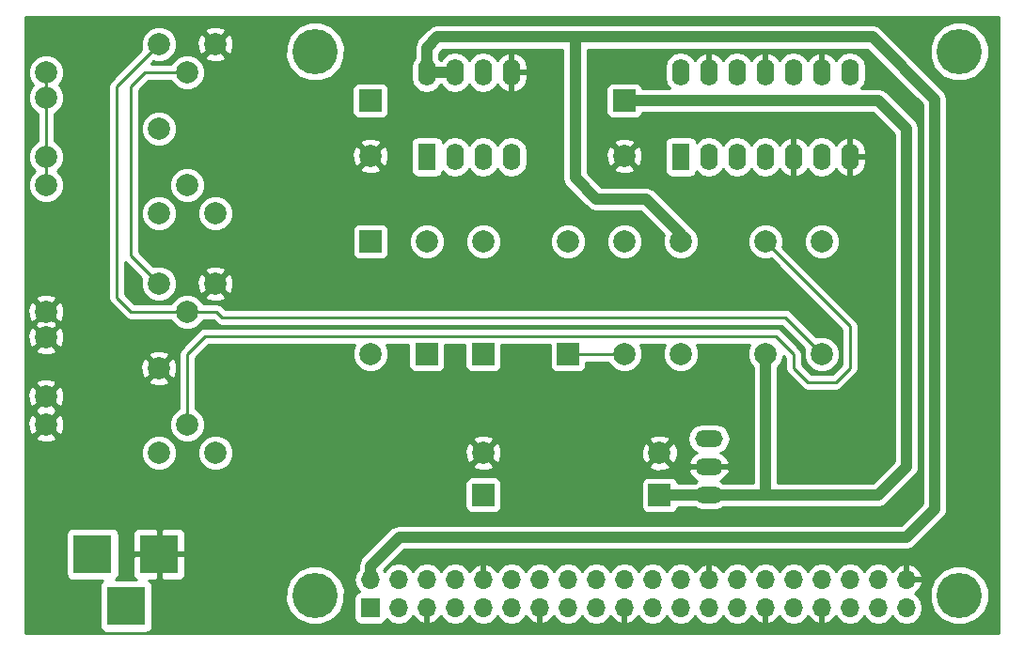
<source format=gbl>
G04 #@! TF.FileFunction,Copper,L2,Bot,Signal*
%FSLAX46Y46*%
G04 Gerber Fmt 4.6, Leading zero omitted, Abs format (unit mm)*
G04 Created by KiCad (PCBNEW 4.0.2-stable) date woensdag 06 september 2017 16:33:44*
%MOMM*%
G01*
G04 APERTURE LIST*
%ADD10C,0.100000*%
%ADD11C,4.064000*%
%ADD12R,3.500000X3.500000*%
%ADD13C,2.000000*%
%ADD14R,1.700000X1.700000*%
%ADD15O,1.700000X1.700000*%
%ADD16R,2.000000X2.000000*%
%ADD17C,1.998980*%
%ADD18R,1.600000X2.400000*%
%ADD19O,1.600000X2.400000*%
%ADD20O,2.499360X1.501140*%
%ADD21C,1.000000*%
%ADD22C,1.000000*%
%ADD23C,0.250000*%
%ADD24C,0.254000*%
G04 APERTURE END LIST*
D10*
D11*
X101055000Y-101010000D03*
X159055000Y-101010000D03*
X159055000Y-150010000D03*
X101055000Y-150010000D03*
D12*
X87026000Y-146304000D03*
X81026000Y-146304000D03*
X84026000Y-151004000D03*
D13*
X92075000Y-100330000D03*
X92075000Y-115570000D03*
X86995000Y-100330000D03*
X89535000Y-102870000D03*
X86995000Y-107950000D03*
X89535000Y-113030000D03*
X86995000Y-115570000D03*
X76835000Y-110490000D03*
X76835000Y-105156000D03*
X76835000Y-113030000D03*
X76835000Y-102870000D03*
X92075000Y-121920000D03*
X92075000Y-137160000D03*
X86995000Y-121920000D03*
X89535000Y-124460000D03*
X86995000Y-129540000D03*
X89535000Y-134620000D03*
X86995000Y-137160000D03*
X76835000Y-132080000D03*
X76835000Y-126746000D03*
X76835000Y-134620000D03*
X76835000Y-124460000D03*
D14*
X106045000Y-151130000D03*
D15*
X106045000Y-148590000D03*
X108585000Y-151130000D03*
X108585000Y-148590000D03*
X111125000Y-151130000D03*
X111125000Y-148590000D03*
X113665000Y-151130000D03*
X113665000Y-148590000D03*
X116205000Y-151130000D03*
X116205000Y-148590000D03*
X118745000Y-151130000D03*
X118745000Y-148590000D03*
X121285000Y-151130000D03*
X121285000Y-148590000D03*
X123825000Y-151130000D03*
X123825000Y-148590000D03*
X126365000Y-151130000D03*
X126365000Y-148590000D03*
X128905000Y-151130000D03*
X128905000Y-148590000D03*
X131445000Y-151130000D03*
X131445000Y-148590000D03*
X133985000Y-151130000D03*
X133985000Y-148590000D03*
X136525000Y-151130000D03*
X136525000Y-148590000D03*
X139065000Y-151130000D03*
X139065000Y-148590000D03*
X141605000Y-151130000D03*
X141605000Y-148590000D03*
X144145000Y-151130000D03*
X144145000Y-148590000D03*
X146685000Y-151130000D03*
X146685000Y-148590000D03*
X149225000Y-151130000D03*
X149225000Y-148590000D03*
X151765000Y-151130000D03*
X151765000Y-148590000D03*
X154305000Y-151130000D03*
X154305000Y-148590000D03*
D16*
X106045000Y-105410000D03*
D13*
X106045000Y-110410000D03*
D16*
X128905000Y-105410000D03*
D13*
X128905000Y-110410000D03*
X123832460Y-118109480D03*
D16*
X123832460Y-128269480D03*
D13*
X116205000Y-118110000D03*
D16*
X116205000Y-128270000D03*
D17*
X128915000Y-128270000D03*
X128915000Y-118110000D03*
X133995000Y-128270000D03*
X133995000Y-118110000D03*
X141605000Y-128270000D03*
X141605000Y-118110000D03*
X146685000Y-118110000D03*
X146685000Y-128270000D03*
D18*
X111125000Y-110490000D03*
D19*
X118745000Y-102870000D03*
X113665000Y-110490000D03*
X116205000Y-102870000D03*
X116205000Y-110490000D03*
X113665000Y-102870000D03*
X118745000Y-110490000D03*
X111125000Y-102870000D03*
D18*
X133985000Y-110490000D03*
D19*
X149225000Y-102870000D03*
X136525000Y-110490000D03*
X146685000Y-102870000D03*
X139065000Y-110490000D03*
X144145000Y-102870000D03*
X141605000Y-110490000D03*
X141605000Y-102870000D03*
X144145000Y-110490000D03*
X139065000Y-102870000D03*
X146685000Y-110490000D03*
X136525000Y-102870000D03*
X149225000Y-110490000D03*
X133985000Y-102870000D03*
D20*
X136525000Y-138430000D03*
X136525000Y-135890000D03*
X136525000Y-140970000D03*
D13*
X106047540Y-128270520D03*
D16*
X106047540Y-118110520D03*
D13*
X111122460Y-118109480D03*
D16*
X111122460Y-128269480D03*
X116205000Y-140960000D03*
D13*
X116205000Y-137160000D03*
D16*
X132080000Y-140970000D03*
D13*
X132080000Y-137170000D03*
D21*
X108585000Y-151130000D03*
D22*
X133995000Y-118110000D02*
X133995000Y-117475000D01*
X133995000Y-117475000D02*
X130820000Y-114300000D01*
X124470000Y-112395000D02*
X124470000Y-99695000D01*
X126375000Y-114300000D02*
X124470000Y-112395000D01*
X130820000Y-114300000D02*
X126375000Y-114300000D01*
X113665000Y-102870000D02*
X111125000Y-102870000D01*
X156845000Y-105300000D02*
X151240000Y-99695000D01*
X151240000Y-99695000D02*
X125055000Y-99695000D01*
X125055000Y-99695000D02*
X124470000Y-99695000D01*
X124470000Y-99695000D02*
X112100000Y-99695000D01*
X156845000Y-142240000D02*
X156845000Y-105300000D01*
X154305000Y-144780000D02*
X156845000Y-142240000D01*
X108652919Y-144780000D02*
X154305000Y-144780000D01*
X106045000Y-148590000D02*
X106045000Y-147387919D01*
X106045000Y-147387919D02*
X108652919Y-144780000D01*
X112100000Y-99695000D02*
X111125000Y-100670000D01*
X111125000Y-100670000D02*
X111125000Y-102870000D01*
X141605000Y-140970000D02*
X136525000Y-140970000D01*
X151765000Y-140970000D02*
X141605000Y-140970000D01*
X141605000Y-140970000D02*
X141605000Y-128270000D01*
X154305000Y-138430000D02*
X151765000Y-140970000D01*
X154305000Y-107950000D02*
X154305000Y-138430000D01*
X151765000Y-105410000D02*
X154305000Y-107950000D01*
X128905000Y-105410000D02*
X151765000Y-105410000D01*
X136525000Y-140970000D02*
X132080000Y-140970000D01*
D23*
X89535000Y-102870000D02*
X85725000Y-102870000D01*
X85725000Y-102870000D02*
X84455000Y-104140000D01*
X84455000Y-104140000D02*
X84455000Y-119380000D01*
X84455000Y-119380000D02*
X86995000Y-121920000D01*
X123832460Y-128269480D02*
X128914480Y-128269480D01*
X128914480Y-128269480D02*
X128915000Y-128270000D01*
X92693999Y-124951999D02*
X92202000Y-124460000D01*
X92202000Y-124460000D02*
X89535000Y-124460000D01*
X86995000Y-100330000D02*
X83185000Y-104140000D01*
X83185000Y-104140000D02*
X83185000Y-123190000D01*
X83185000Y-123190000D02*
X84455000Y-124460000D01*
X84455000Y-124460000D02*
X89535000Y-124460000D01*
X89535000Y-124460000D02*
X90153999Y-124951999D01*
X92693999Y-124951999D02*
X143366999Y-124951999D01*
X143366999Y-124951999D02*
X146685000Y-128270000D01*
X141605000Y-118110000D02*
X149225000Y-125730000D01*
X149225000Y-125730000D02*
X149225000Y-129540000D01*
X149225000Y-129540000D02*
X147955000Y-130810000D01*
X144145000Y-129540000D02*
X144145000Y-128270000D01*
X147955000Y-130810000D02*
X145415000Y-130810000D01*
X145415000Y-130810000D02*
X144145000Y-129540000D01*
X144145000Y-128270000D02*
X142519479Y-126644479D01*
X142519479Y-126644479D02*
X91160521Y-126644479D01*
X91160521Y-126644479D02*
X89535000Y-128270000D01*
X89535000Y-128270000D02*
X89535000Y-134620000D01*
X76835000Y-102870000D02*
X76835000Y-105156000D01*
X76835000Y-105156000D02*
X76835000Y-110490000D01*
X76835000Y-110490000D02*
X76835000Y-113030000D01*
D24*
G36*
X162595000Y-153420000D02*
X75015000Y-153420000D01*
X75015000Y-144554000D01*
X78628560Y-144554000D01*
X78628560Y-148054000D01*
X78672838Y-148289317D01*
X78811910Y-148505441D01*
X79024110Y-148650431D01*
X79276000Y-148701440D01*
X81962045Y-148701440D01*
X81824559Y-148789910D01*
X81679569Y-149002110D01*
X81628560Y-149254000D01*
X81628560Y-152754000D01*
X81672838Y-152989317D01*
X81811910Y-153205441D01*
X82024110Y-153350431D01*
X82276000Y-153401440D01*
X85776000Y-153401440D01*
X86011317Y-153357162D01*
X86227441Y-153218090D01*
X86372431Y-153005890D01*
X86423440Y-152754000D01*
X86423440Y-150538172D01*
X98387538Y-150538172D01*
X98792709Y-151518761D01*
X99542293Y-152269655D01*
X100522173Y-152676536D01*
X101583172Y-152677462D01*
X102563761Y-152272291D01*
X103314655Y-151522707D01*
X103721536Y-150542827D01*
X103721765Y-150280000D01*
X104547560Y-150280000D01*
X104547560Y-151980000D01*
X104591838Y-152215317D01*
X104730910Y-152431441D01*
X104943110Y-152576431D01*
X105195000Y-152627440D01*
X106895000Y-152627440D01*
X107130317Y-152583162D01*
X107346441Y-152444090D01*
X107491431Y-152231890D01*
X107505086Y-152164459D01*
X107534946Y-152209147D01*
X108016715Y-152531054D01*
X108585000Y-152644093D01*
X109153285Y-152531054D01*
X109635054Y-152209147D01*
X109862702Y-151868447D01*
X109929817Y-152011358D01*
X110358076Y-152401645D01*
X110768110Y-152571476D01*
X110998000Y-152450155D01*
X110998000Y-151257000D01*
X110978000Y-151257000D01*
X110978000Y-151003000D01*
X110998000Y-151003000D01*
X110998000Y-150983000D01*
X111252000Y-150983000D01*
X111252000Y-151003000D01*
X111272000Y-151003000D01*
X111272000Y-151257000D01*
X111252000Y-151257000D01*
X111252000Y-152450155D01*
X111481890Y-152571476D01*
X111891924Y-152401645D01*
X112320183Y-152011358D01*
X112387298Y-151868447D01*
X112614946Y-152209147D01*
X113096715Y-152531054D01*
X113665000Y-152644093D01*
X114233285Y-152531054D01*
X114715054Y-152209147D01*
X114935000Y-151879974D01*
X115154946Y-152209147D01*
X115636715Y-152531054D01*
X116205000Y-152644093D01*
X116773285Y-152531054D01*
X117255054Y-152209147D01*
X117475000Y-151879974D01*
X117694946Y-152209147D01*
X118176715Y-152531054D01*
X118745000Y-152644093D01*
X119313285Y-152531054D01*
X119795054Y-152209147D01*
X120022702Y-151868447D01*
X120089817Y-152011358D01*
X120518076Y-152401645D01*
X120928110Y-152571476D01*
X121158000Y-152450155D01*
X121158000Y-151257000D01*
X121138000Y-151257000D01*
X121138000Y-151003000D01*
X121158000Y-151003000D01*
X121158000Y-150983000D01*
X121412000Y-150983000D01*
X121412000Y-151003000D01*
X121432000Y-151003000D01*
X121432000Y-151257000D01*
X121412000Y-151257000D01*
X121412000Y-152450155D01*
X121641890Y-152571476D01*
X122051924Y-152401645D01*
X122480183Y-152011358D01*
X122547298Y-151868447D01*
X122774946Y-152209147D01*
X123256715Y-152531054D01*
X123825000Y-152644093D01*
X124393285Y-152531054D01*
X124875054Y-152209147D01*
X125095000Y-151879974D01*
X125314946Y-152209147D01*
X125796715Y-152531054D01*
X126365000Y-152644093D01*
X126933285Y-152531054D01*
X127415054Y-152209147D01*
X127642702Y-151868447D01*
X127709817Y-152011358D01*
X128138076Y-152401645D01*
X128548110Y-152571476D01*
X128778000Y-152450155D01*
X128778000Y-151257000D01*
X128758000Y-151257000D01*
X128758000Y-151003000D01*
X128778000Y-151003000D01*
X128778000Y-150983000D01*
X129032000Y-150983000D01*
X129032000Y-151003000D01*
X129052000Y-151003000D01*
X129052000Y-151257000D01*
X129032000Y-151257000D01*
X129032000Y-152450155D01*
X129261890Y-152571476D01*
X129671924Y-152401645D01*
X130100183Y-152011358D01*
X130167298Y-151868447D01*
X130394946Y-152209147D01*
X130876715Y-152531054D01*
X131445000Y-152644093D01*
X132013285Y-152531054D01*
X132495054Y-152209147D01*
X132715000Y-151879974D01*
X132934946Y-152209147D01*
X133416715Y-152531054D01*
X133985000Y-152644093D01*
X134553285Y-152531054D01*
X135035054Y-152209147D01*
X135255000Y-151879974D01*
X135474946Y-152209147D01*
X135956715Y-152531054D01*
X136525000Y-152644093D01*
X137093285Y-152531054D01*
X137575054Y-152209147D01*
X137795000Y-151879974D01*
X138014946Y-152209147D01*
X138496715Y-152531054D01*
X139065000Y-152644093D01*
X139633285Y-152531054D01*
X140115054Y-152209147D01*
X140342702Y-151868447D01*
X140409817Y-152011358D01*
X140838076Y-152401645D01*
X141248110Y-152571476D01*
X141478000Y-152450155D01*
X141478000Y-151257000D01*
X141458000Y-151257000D01*
X141458000Y-151003000D01*
X141478000Y-151003000D01*
X141478000Y-150983000D01*
X141732000Y-150983000D01*
X141732000Y-151003000D01*
X141752000Y-151003000D01*
X141752000Y-151257000D01*
X141732000Y-151257000D01*
X141732000Y-152450155D01*
X141961890Y-152571476D01*
X142371924Y-152401645D01*
X142800183Y-152011358D01*
X142867298Y-151868447D01*
X143094946Y-152209147D01*
X143576715Y-152531054D01*
X144145000Y-152644093D01*
X144713285Y-152531054D01*
X145195054Y-152209147D01*
X145422702Y-151868447D01*
X145489817Y-152011358D01*
X145918076Y-152401645D01*
X146328110Y-152571476D01*
X146558000Y-152450155D01*
X146558000Y-151257000D01*
X146538000Y-151257000D01*
X146538000Y-151003000D01*
X146558000Y-151003000D01*
X146558000Y-150983000D01*
X146812000Y-150983000D01*
X146812000Y-151003000D01*
X146832000Y-151003000D01*
X146832000Y-151257000D01*
X146812000Y-151257000D01*
X146812000Y-152450155D01*
X147041890Y-152571476D01*
X147451924Y-152401645D01*
X147880183Y-152011358D01*
X147947298Y-151868447D01*
X148174946Y-152209147D01*
X148656715Y-152531054D01*
X149225000Y-152644093D01*
X149793285Y-152531054D01*
X150275054Y-152209147D01*
X150495000Y-151879974D01*
X150714946Y-152209147D01*
X151196715Y-152531054D01*
X151765000Y-152644093D01*
X152333285Y-152531054D01*
X152815054Y-152209147D01*
X153035000Y-151879974D01*
X153254946Y-152209147D01*
X153736715Y-152531054D01*
X154305000Y-152644093D01*
X154873285Y-152531054D01*
X155355054Y-152209147D01*
X155676961Y-151727378D01*
X155790000Y-151159093D01*
X155790000Y-151100907D01*
X155678065Y-150538172D01*
X156387538Y-150538172D01*
X156792709Y-151518761D01*
X157542293Y-152269655D01*
X158522173Y-152676536D01*
X159583172Y-152677462D01*
X160563761Y-152272291D01*
X161314655Y-151522707D01*
X161721536Y-150542827D01*
X161722462Y-149481828D01*
X161317291Y-148501239D01*
X160567707Y-147750345D01*
X159587827Y-147343464D01*
X158526828Y-147342538D01*
X157546239Y-147747709D01*
X156795345Y-148497293D01*
X156388464Y-149477173D01*
X156387538Y-150538172D01*
X155678065Y-150538172D01*
X155676961Y-150532622D01*
X155355054Y-150050853D01*
X155071899Y-149861655D01*
X155071924Y-149861645D01*
X155500183Y-149471358D01*
X155746486Y-148946892D01*
X155625819Y-148717000D01*
X154432000Y-148717000D01*
X154432000Y-148737000D01*
X154178000Y-148737000D01*
X154178000Y-148717000D01*
X154158000Y-148717000D01*
X154158000Y-148463000D01*
X154178000Y-148463000D01*
X154178000Y-147269845D01*
X154432000Y-147269845D01*
X154432000Y-148463000D01*
X155625819Y-148463000D01*
X155746486Y-148233108D01*
X155500183Y-147708642D01*
X155071924Y-147318355D01*
X154661890Y-147148524D01*
X154432000Y-147269845D01*
X154178000Y-147269845D01*
X153948110Y-147148524D01*
X153538076Y-147318355D01*
X153109817Y-147708642D01*
X153042702Y-147851553D01*
X152815054Y-147510853D01*
X152333285Y-147188946D01*
X151765000Y-147075907D01*
X151196715Y-147188946D01*
X150714946Y-147510853D01*
X150495000Y-147840026D01*
X150275054Y-147510853D01*
X149793285Y-147188946D01*
X149225000Y-147075907D01*
X148656715Y-147188946D01*
X148174946Y-147510853D01*
X147955000Y-147840026D01*
X147735054Y-147510853D01*
X147253285Y-147188946D01*
X146685000Y-147075907D01*
X146116715Y-147188946D01*
X145634946Y-147510853D01*
X145415000Y-147840026D01*
X145195054Y-147510853D01*
X144713285Y-147188946D01*
X144145000Y-147075907D01*
X143576715Y-147188946D01*
X143094946Y-147510853D01*
X142875000Y-147840026D01*
X142655054Y-147510853D01*
X142173285Y-147188946D01*
X141605000Y-147075907D01*
X141036715Y-147188946D01*
X140554946Y-147510853D01*
X140335000Y-147840026D01*
X140115054Y-147510853D01*
X139633285Y-147188946D01*
X139065000Y-147075907D01*
X138496715Y-147188946D01*
X138014946Y-147510853D01*
X137787298Y-147851553D01*
X137720183Y-147708642D01*
X137291924Y-147318355D01*
X136881890Y-147148524D01*
X136652000Y-147269845D01*
X136652000Y-148463000D01*
X136672000Y-148463000D01*
X136672000Y-148717000D01*
X136652000Y-148717000D01*
X136652000Y-148737000D01*
X136398000Y-148737000D01*
X136398000Y-148717000D01*
X136378000Y-148717000D01*
X136378000Y-148463000D01*
X136398000Y-148463000D01*
X136398000Y-147269845D01*
X136168110Y-147148524D01*
X135758076Y-147318355D01*
X135329817Y-147708642D01*
X135262702Y-147851553D01*
X135035054Y-147510853D01*
X134553285Y-147188946D01*
X133985000Y-147075907D01*
X133416715Y-147188946D01*
X132934946Y-147510853D01*
X132715000Y-147840026D01*
X132495054Y-147510853D01*
X132013285Y-147188946D01*
X131445000Y-147075907D01*
X130876715Y-147188946D01*
X130394946Y-147510853D01*
X130175000Y-147840026D01*
X129955054Y-147510853D01*
X129473285Y-147188946D01*
X128905000Y-147075907D01*
X128336715Y-147188946D01*
X127854946Y-147510853D01*
X127635000Y-147840026D01*
X127415054Y-147510853D01*
X126933285Y-147188946D01*
X126365000Y-147075907D01*
X125796715Y-147188946D01*
X125314946Y-147510853D01*
X125095000Y-147840026D01*
X124875054Y-147510853D01*
X124393285Y-147188946D01*
X123825000Y-147075907D01*
X123256715Y-147188946D01*
X122774946Y-147510853D01*
X122555000Y-147840026D01*
X122335054Y-147510853D01*
X121853285Y-147188946D01*
X121285000Y-147075907D01*
X120716715Y-147188946D01*
X120234946Y-147510853D01*
X120015000Y-147840026D01*
X119795054Y-147510853D01*
X119313285Y-147188946D01*
X118745000Y-147075907D01*
X118176715Y-147188946D01*
X117694946Y-147510853D01*
X117467298Y-147851553D01*
X117400183Y-147708642D01*
X116971924Y-147318355D01*
X116561890Y-147148524D01*
X116332000Y-147269845D01*
X116332000Y-148463000D01*
X116352000Y-148463000D01*
X116352000Y-148717000D01*
X116332000Y-148717000D01*
X116332000Y-148737000D01*
X116078000Y-148737000D01*
X116078000Y-148717000D01*
X116058000Y-148717000D01*
X116058000Y-148463000D01*
X116078000Y-148463000D01*
X116078000Y-147269845D01*
X115848110Y-147148524D01*
X115438076Y-147318355D01*
X115009817Y-147708642D01*
X114942702Y-147851553D01*
X114715054Y-147510853D01*
X114233285Y-147188946D01*
X113665000Y-147075907D01*
X113096715Y-147188946D01*
X112614946Y-147510853D01*
X112395000Y-147840026D01*
X112175054Y-147510853D01*
X111693285Y-147188946D01*
X111125000Y-147075907D01*
X110556715Y-147188946D01*
X110074946Y-147510853D01*
X109855000Y-147840026D01*
X109635054Y-147510853D01*
X109153285Y-147188946D01*
X108585000Y-147075907D01*
X108016715Y-147188946D01*
X107534946Y-147510853D01*
X107315000Y-147840026D01*
X107268146Y-147769905D01*
X109123051Y-145915000D01*
X154305000Y-145915000D01*
X154739346Y-145828603D01*
X155107566Y-145582566D01*
X157647566Y-143042567D01*
X157893603Y-142674346D01*
X157913730Y-142573162D01*
X157980000Y-142240000D01*
X157980000Y-105300000D01*
X157893603Y-104865654D01*
X157647566Y-104497434D01*
X154688304Y-101538172D01*
X156387538Y-101538172D01*
X156792709Y-102518761D01*
X157542293Y-103269655D01*
X158522173Y-103676536D01*
X159583172Y-103677462D01*
X160563761Y-103272291D01*
X161314655Y-102522707D01*
X161721536Y-101542827D01*
X161722462Y-100481828D01*
X161317291Y-99501239D01*
X160567707Y-98750345D01*
X159587827Y-98343464D01*
X158526828Y-98342538D01*
X157546239Y-98747709D01*
X156795345Y-99497293D01*
X156388464Y-100477173D01*
X156387538Y-101538172D01*
X154688304Y-101538172D01*
X152042566Y-98892434D01*
X151674346Y-98646397D01*
X151240000Y-98560000D01*
X112100000Y-98560000D01*
X111665654Y-98646397D01*
X111297434Y-98892434D01*
X110322434Y-99867434D01*
X110076397Y-100235654D01*
X109990000Y-100670000D01*
X109990000Y-101599396D01*
X109799233Y-101884899D01*
X109690000Y-102434050D01*
X109690000Y-103305950D01*
X109799233Y-103855101D01*
X110110302Y-104320648D01*
X110575849Y-104631717D01*
X111125000Y-104740950D01*
X111674151Y-104631717D01*
X112139698Y-104320648D01*
X112350608Y-104005000D01*
X112439392Y-104005000D01*
X112650302Y-104320648D01*
X113115849Y-104631717D01*
X113665000Y-104740950D01*
X114214151Y-104631717D01*
X114679698Y-104320648D01*
X114935000Y-103938562D01*
X115190302Y-104320648D01*
X115655849Y-104631717D01*
X116205000Y-104740950D01*
X116754151Y-104631717D01*
X117219698Y-104320648D01*
X117472507Y-103942293D01*
X117820104Y-104374500D01*
X118313181Y-104644367D01*
X118395961Y-104661904D01*
X118618000Y-104539915D01*
X118618000Y-102997000D01*
X118872000Y-102997000D01*
X118872000Y-104539915D01*
X119094039Y-104661904D01*
X119176819Y-104644367D01*
X119669896Y-104374500D01*
X120022166Y-103936483D01*
X120180000Y-103397000D01*
X120180000Y-102997000D01*
X118872000Y-102997000D01*
X118618000Y-102997000D01*
X118598000Y-102997000D01*
X118598000Y-102743000D01*
X118618000Y-102743000D01*
X118618000Y-101200085D01*
X118872000Y-101200085D01*
X118872000Y-102743000D01*
X120180000Y-102743000D01*
X120180000Y-102343000D01*
X120022166Y-101803517D01*
X119669896Y-101365500D01*
X119176819Y-101095633D01*
X119094039Y-101078096D01*
X118872000Y-101200085D01*
X118618000Y-101200085D01*
X118395961Y-101078096D01*
X118313181Y-101095633D01*
X117820104Y-101365500D01*
X117472507Y-101797707D01*
X117219698Y-101419352D01*
X116754151Y-101108283D01*
X116205000Y-100999050D01*
X115655849Y-101108283D01*
X115190302Y-101419352D01*
X114935000Y-101801438D01*
X114679698Y-101419352D01*
X114214151Y-101108283D01*
X113665000Y-100999050D01*
X113115849Y-101108283D01*
X112650302Y-101419352D01*
X112439392Y-101735000D01*
X112350608Y-101735000D01*
X112260000Y-101599396D01*
X112260000Y-101140132D01*
X112570132Y-100830000D01*
X123335000Y-100830000D01*
X123335000Y-112395000D01*
X123421397Y-112829346D01*
X123555470Y-113030000D01*
X123667434Y-113197566D01*
X125572434Y-115102566D01*
X125940654Y-115348603D01*
X126375000Y-115435000D01*
X130349868Y-115435000D01*
X132459826Y-117544958D01*
X132360794Y-117783453D01*
X132360226Y-118433694D01*
X132608538Y-119034655D01*
X133067927Y-119494846D01*
X133668453Y-119744206D01*
X134318694Y-119744774D01*
X134919655Y-119496462D01*
X135379846Y-119037073D01*
X135629206Y-118436547D01*
X135629774Y-117786306D01*
X135381462Y-117185345D01*
X134922073Y-116725154D01*
X134798509Y-116673846D01*
X134797566Y-116672434D01*
X131622566Y-113497434D01*
X131407595Y-113353795D01*
X131254346Y-113251397D01*
X130820000Y-113165000D01*
X126845132Y-113165000D01*
X125605000Y-111924868D01*
X125605000Y-111562532D01*
X127932073Y-111562532D01*
X128030736Y-111829387D01*
X128640461Y-112055908D01*
X129290460Y-112031856D01*
X129779264Y-111829387D01*
X129877927Y-111562532D01*
X128905000Y-110589605D01*
X127932073Y-111562532D01*
X125605000Y-111562532D01*
X125605000Y-110145461D01*
X127259092Y-110145461D01*
X127283144Y-110795460D01*
X127485613Y-111284264D01*
X127752468Y-111382927D01*
X128725395Y-110410000D01*
X129084605Y-110410000D01*
X130057532Y-111382927D01*
X130324387Y-111284264D01*
X130550908Y-110674539D01*
X130526856Y-110024540D01*
X130324387Y-109535736D01*
X130057532Y-109437073D01*
X129084605Y-110410000D01*
X128725395Y-110410000D01*
X127752468Y-109437073D01*
X127485613Y-109535736D01*
X127259092Y-110145461D01*
X125605000Y-110145461D01*
X125605000Y-109257468D01*
X127932073Y-109257468D01*
X128905000Y-110230395D01*
X129845395Y-109290000D01*
X132537560Y-109290000D01*
X132537560Y-111690000D01*
X132581838Y-111925317D01*
X132720910Y-112141441D01*
X132933110Y-112286431D01*
X133185000Y-112337440D01*
X134785000Y-112337440D01*
X135020317Y-112293162D01*
X135236441Y-112154090D01*
X135381431Y-111941890D01*
X135411597Y-111792926D01*
X135510302Y-111940648D01*
X135975849Y-112251717D01*
X136525000Y-112360950D01*
X137074151Y-112251717D01*
X137539698Y-111940648D01*
X137795000Y-111558562D01*
X138050302Y-111940648D01*
X138515849Y-112251717D01*
X139065000Y-112360950D01*
X139614151Y-112251717D01*
X140079698Y-111940648D01*
X140335000Y-111558562D01*
X140590302Y-111940648D01*
X141055849Y-112251717D01*
X141605000Y-112360950D01*
X142154151Y-112251717D01*
X142619698Y-111940648D01*
X142872507Y-111562293D01*
X143220104Y-111994500D01*
X143713181Y-112264367D01*
X143795961Y-112281904D01*
X144018000Y-112159915D01*
X144018000Y-110617000D01*
X143998000Y-110617000D01*
X143998000Y-110363000D01*
X144018000Y-110363000D01*
X144018000Y-108820085D01*
X144272000Y-108820085D01*
X144272000Y-110363000D01*
X144292000Y-110363000D01*
X144292000Y-110617000D01*
X144272000Y-110617000D01*
X144272000Y-112159915D01*
X144494039Y-112281904D01*
X144576819Y-112264367D01*
X145069896Y-111994500D01*
X145417493Y-111562293D01*
X145670302Y-111940648D01*
X146135849Y-112251717D01*
X146685000Y-112360950D01*
X147234151Y-112251717D01*
X147699698Y-111940648D01*
X147952507Y-111562293D01*
X148300104Y-111994500D01*
X148793181Y-112264367D01*
X148875961Y-112281904D01*
X149098000Y-112159915D01*
X149098000Y-110617000D01*
X149352000Y-110617000D01*
X149352000Y-112159915D01*
X149574039Y-112281904D01*
X149656819Y-112264367D01*
X150149896Y-111994500D01*
X150502166Y-111556483D01*
X150660000Y-111017000D01*
X150660000Y-110617000D01*
X149352000Y-110617000D01*
X149098000Y-110617000D01*
X149078000Y-110617000D01*
X149078000Y-110363000D01*
X149098000Y-110363000D01*
X149098000Y-108820085D01*
X149352000Y-108820085D01*
X149352000Y-110363000D01*
X150660000Y-110363000D01*
X150660000Y-109963000D01*
X150502166Y-109423517D01*
X150149896Y-108985500D01*
X149656819Y-108715633D01*
X149574039Y-108698096D01*
X149352000Y-108820085D01*
X149098000Y-108820085D01*
X148875961Y-108698096D01*
X148793181Y-108715633D01*
X148300104Y-108985500D01*
X147952507Y-109417707D01*
X147699698Y-109039352D01*
X147234151Y-108728283D01*
X146685000Y-108619050D01*
X146135849Y-108728283D01*
X145670302Y-109039352D01*
X145417493Y-109417707D01*
X145069896Y-108985500D01*
X144576819Y-108715633D01*
X144494039Y-108698096D01*
X144272000Y-108820085D01*
X144018000Y-108820085D01*
X143795961Y-108698096D01*
X143713181Y-108715633D01*
X143220104Y-108985500D01*
X142872507Y-109417707D01*
X142619698Y-109039352D01*
X142154151Y-108728283D01*
X141605000Y-108619050D01*
X141055849Y-108728283D01*
X140590302Y-109039352D01*
X140335000Y-109421438D01*
X140079698Y-109039352D01*
X139614151Y-108728283D01*
X139065000Y-108619050D01*
X138515849Y-108728283D01*
X138050302Y-109039352D01*
X137795000Y-109421438D01*
X137539698Y-109039352D01*
X137074151Y-108728283D01*
X136525000Y-108619050D01*
X135975849Y-108728283D01*
X135510302Y-109039352D01*
X135412749Y-109185350D01*
X135388162Y-109054683D01*
X135249090Y-108838559D01*
X135036890Y-108693569D01*
X134785000Y-108642560D01*
X133185000Y-108642560D01*
X132949683Y-108686838D01*
X132733559Y-108825910D01*
X132588569Y-109038110D01*
X132537560Y-109290000D01*
X129845395Y-109290000D01*
X129877927Y-109257468D01*
X129779264Y-108990613D01*
X129169539Y-108764092D01*
X128519540Y-108788144D01*
X128030736Y-108990613D01*
X127932073Y-109257468D01*
X125605000Y-109257468D01*
X125605000Y-100830000D01*
X150769868Y-100830000D01*
X155710000Y-105770132D01*
X155710000Y-141769867D01*
X153834868Y-143645000D01*
X108652919Y-143645000D01*
X108218573Y-143731397D01*
X107850353Y-143977434D01*
X105242434Y-146585353D01*
X104996397Y-146953573D01*
X104910000Y-147387919D01*
X104910000Y-147637984D01*
X104673039Y-147992622D01*
X104560000Y-148560907D01*
X104560000Y-148619093D01*
X104673039Y-149187378D01*
X104994946Y-149669147D01*
X104996179Y-149669971D01*
X104959683Y-149676838D01*
X104743559Y-149815910D01*
X104598569Y-150028110D01*
X104547560Y-150280000D01*
X103721765Y-150280000D01*
X103722462Y-149481828D01*
X103317291Y-148501239D01*
X102567707Y-147750345D01*
X101587827Y-147343464D01*
X100526828Y-147342538D01*
X99546239Y-147747709D01*
X98795345Y-148497293D01*
X98388464Y-149477173D01*
X98387538Y-150538172D01*
X86423440Y-150538172D01*
X86423440Y-149254000D01*
X86379162Y-149018683D01*
X86240090Y-148802559D01*
X86073891Y-148689000D01*
X86740250Y-148689000D01*
X86899000Y-148530250D01*
X86899000Y-146431000D01*
X87153000Y-146431000D01*
X87153000Y-148530250D01*
X87311750Y-148689000D01*
X88902309Y-148689000D01*
X89135698Y-148592327D01*
X89314327Y-148413699D01*
X89411000Y-148180310D01*
X89411000Y-146589750D01*
X89252250Y-146431000D01*
X87153000Y-146431000D01*
X86899000Y-146431000D01*
X84799750Y-146431000D01*
X84641000Y-146589750D01*
X84641000Y-148180310D01*
X84737673Y-148413699D01*
X84916302Y-148592327D01*
X84950663Y-148606560D01*
X83089955Y-148606560D01*
X83227441Y-148518090D01*
X83372431Y-148305890D01*
X83423440Y-148054000D01*
X83423440Y-144554000D01*
X83399674Y-144427690D01*
X84641000Y-144427690D01*
X84641000Y-146018250D01*
X84799750Y-146177000D01*
X86899000Y-146177000D01*
X86899000Y-144077750D01*
X87153000Y-144077750D01*
X87153000Y-146177000D01*
X89252250Y-146177000D01*
X89411000Y-146018250D01*
X89411000Y-144427690D01*
X89314327Y-144194301D01*
X89135698Y-144015673D01*
X88902309Y-143919000D01*
X87311750Y-143919000D01*
X87153000Y-144077750D01*
X86899000Y-144077750D01*
X86740250Y-143919000D01*
X85149691Y-143919000D01*
X84916302Y-144015673D01*
X84737673Y-144194301D01*
X84641000Y-144427690D01*
X83399674Y-144427690D01*
X83379162Y-144318683D01*
X83240090Y-144102559D01*
X83027890Y-143957569D01*
X82776000Y-143906560D01*
X79276000Y-143906560D01*
X79040683Y-143950838D01*
X78824559Y-144089910D01*
X78679569Y-144302110D01*
X78628560Y-144554000D01*
X75015000Y-144554000D01*
X75015000Y-139960000D01*
X114557560Y-139960000D01*
X114557560Y-141960000D01*
X114601838Y-142195317D01*
X114740910Y-142411441D01*
X114953110Y-142556431D01*
X115205000Y-142607440D01*
X117205000Y-142607440D01*
X117440317Y-142563162D01*
X117656441Y-142424090D01*
X117801431Y-142211890D01*
X117852440Y-141960000D01*
X117852440Y-139960000D01*
X117808162Y-139724683D01*
X117669090Y-139508559D01*
X117456890Y-139363569D01*
X117205000Y-139312560D01*
X115205000Y-139312560D01*
X114969683Y-139356838D01*
X114753559Y-139495910D01*
X114608569Y-139708110D01*
X114557560Y-139960000D01*
X75015000Y-139960000D01*
X75015000Y-137483795D01*
X85359716Y-137483795D01*
X85608106Y-138084943D01*
X86067637Y-138545278D01*
X86668352Y-138794716D01*
X87318795Y-138795284D01*
X87919943Y-138546894D01*
X88380278Y-138087363D01*
X88629716Y-137486648D01*
X88629718Y-137483795D01*
X90439716Y-137483795D01*
X90688106Y-138084943D01*
X91147637Y-138545278D01*
X91748352Y-138794716D01*
X92398795Y-138795284D01*
X92999943Y-138546894D01*
X93234715Y-138312532D01*
X115232073Y-138312532D01*
X115330736Y-138579387D01*
X115940461Y-138805908D01*
X116590460Y-138781856D01*
X117079264Y-138579387D01*
X117174229Y-138322532D01*
X131107073Y-138322532D01*
X131205736Y-138589387D01*
X131815461Y-138815908D01*
X132465460Y-138791856D01*
X132954264Y-138589387D01*
X133052927Y-138322532D01*
X132080000Y-137349605D01*
X131107073Y-138322532D01*
X117174229Y-138322532D01*
X117177927Y-138312532D01*
X116205000Y-137339605D01*
X115232073Y-138312532D01*
X93234715Y-138312532D01*
X93460278Y-138087363D01*
X93709716Y-137486648D01*
X93710232Y-136895461D01*
X114559092Y-136895461D01*
X114583144Y-137545460D01*
X114785613Y-138034264D01*
X115052468Y-138132927D01*
X116025395Y-137160000D01*
X116384605Y-137160000D01*
X117357532Y-138132927D01*
X117624387Y-138034264D01*
X117850908Y-137424539D01*
X117831701Y-136905461D01*
X130434092Y-136905461D01*
X130458144Y-137555460D01*
X130660613Y-138044264D01*
X130927468Y-138142927D01*
X131900395Y-137170000D01*
X132259605Y-137170000D01*
X133232532Y-138142927D01*
X133499387Y-138044264D01*
X133725908Y-137434539D01*
X133701856Y-136784540D01*
X133499387Y-136295736D01*
X133232532Y-136197073D01*
X132259605Y-137170000D01*
X131900395Y-137170000D01*
X130927468Y-136197073D01*
X130660613Y-136295736D01*
X130434092Y-136905461D01*
X117831701Y-136905461D01*
X117826856Y-136774540D01*
X117624387Y-136285736D01*
X117357532Y-136187073D01*
X116384605Y-137160000D01*
X116025395Y-137160000D01*
X115052468Y-136187073D01*
X114785613Y-136285736D01*
X114559092Y-136895461D01*
X93710232Y-136895461D01*
X93710284Y-136836205D01*
X93461894Y-136235057D01*
X93234703Y-136007468D01*
X115232073Y-136007468D01*
X116205000Y-136980395D01*
X117167927Y-136017468D01*
X131107073Y-136017468D01*
X132080000Y-136990395D01*
X133052927Y-136017468D01*
X133005799Y-135890000D01*
X134603397Y-135890000D01*
X134708867Y-136420235D01*
X135009221Y-136869746D01*
X135458732Y-137170100D01*
X135468032Y-137171950D01*
X135378323Y-137198501D01*
X134956342Y-137540056D01*
X134697190Y-138017097D01*
X134683007Y-138088725D01*
X134805661Y-138303000D01*
X136398000Y-138303000D01*
X136398000Y-138283000D01*
X136652000Y-138283000D01*
X136652000Y-138303000D01*
X138244339Y-138303000D01*
X138366993Y-138088725D01*
X138352810Y-138017097D01*
X138093658Y-137540056D01*
X137671677Y-137198501D01*
X137581968Y-137171950D01*
X137591268Y-137170100D01*
X138040779Y-136869746D01*
X138341133Y-136420235D01*
X138446603Y-135890000D01*
X138341133Y-135359765D01*
X138040779Y-134910254D01*
X137591268Y-134609900D01*
X137061033Y-134504430D01*
X135988967Y-134504430D01*
X135458732Y-134609900D01*
X135009221Y-134910254D01*
X134708867Y-135359765D01*
X134603397Y-135890000D01*
X133005799Y-135890000D01*
X132954264Y-135750613D01*
X132344539Y-135524092D01*
X131694540Y-135548144D01*
X131205736Y-135750613D01*
X131107073Y-136017468D01*
X117167927Y-136017468D01*
X117177927Y-136007468D01*
X117079264Y-135740613D01*
X116469539Y-135514092D01*
X115819540Y-135538144D01*
X115330736Y-135740613D01*
X115232073Y-136007468D01*
X93234703Y-136007468D01*
X93002363Y-135774722D01*
X92401648Y-135525284D01*
X91751205Y-135524716D01*
X91150057Y-135773106D01*
X90689722Y-136232637D01*
X90440284Y-136833352D01*
X90439716Y-137483795D01*
X88629718Y-137483795D01*
X88630284Y-136836205D01*
X88381894Y-136235057D01*
X87922363Y-135774722D01*
X87321648Y-135525284D01*
X86671205Y-135524716D01*
X86070057Y-135773106D01*
X85609722Y-136232637D01*
X85360284Y-136833352D01*
X85359716Y-137483795D01*
X75015000Y-137483795D01*
X75015000Y-135772532D01*
X75862073Y-135772532D01*
X75960736Y-136039387D01*
X76570461Y-136265908D01*
X77220460Y-136241856D01*
X77709264Y-136039387D01*
X77807927Y-135772532D01*
X76835000Y-134799605D01*
X75862073Y-135772532D01*
X75015000Y-135772532D01*
X75015000Y-134355461D01*
X75189092Y-134355461D01*
X75213144Y-135005460D01*
X75415613Y-135494264D01*
X75682468Y-135592927D01*
X76655395Y-134620000D01*
X77014605Y-134620000D01*
X77987532Y-135592927D01*
X78254387Y-135494264D01*
X78458893Y-134943795D01*
X87899716Y-134943795D01*
X88148106Y-135544943D01*
X88607637Y-136005278D01*
X89208352Y-136254716D01*
X89858795Y-136255284D01*
X90459943Y-136006894D01*
X90920278Y-135547363D01*
X91169716Y-134946648D01*
X91170284Y-134296205D01*
X90921894Y-133695057D01*
X90462363Y-133234722D01*
X90295000Y-133165227D01*
X90295000Y-128584802D01*
X91475323Y-127404479D01*
X104636799Y-127404479D01*
X104412824Y-127943872D01*
X104412256Y-128594315D01*
X104660646Y-129195463D01*
X105120177Y-129655798D01*
X105720892Y-129905236D01*
X106371335Y-129905804D01*
X106972483Y-129657414D01*
X107432818Y-129197883D01*
X107682256Y-128597168D01*
X107682824Y-127946725D01*
X107458772Y-127404479D01*
X109475020Y-127404479D01*
X109475020Y-129269480D01*
X109519298Y-129504797D01*
X109658370Y-129720921D01*
X109870570Y-129865911D01*
X110122460Y-129916920D01*
X112122460Y-129916920D01*
X112357777Y-129872642D01*
X112573901Y-129733570D01*
X112718891Y-129521370D01*
X112769900Y-129269480D01*
X112769900Y-127404479D01*
X114557560Y-127404479D01*
X114557560Y-129270000D01*
X114601838Y-129505317D01*
X114740910Y-129721441D01*
X114953110Y-129866431D01*
X115205000Y-129917440D01*
X117205000Y-129917440D01*
X117440317Y-129873162D01*
X117656441Y-129734090D01*
X117801431Y-129521890D01*
X117852440Y-129270000D01*
X117852440Y-127404479D01*
X122185020Y-127404479D01*
X122185020Y-129269480D01*
X122229298Y-129504797D01*
X122368370Y-129720921D01*
X122580570Y-129865911D01*
X122832460Y-129916920D01*
X124832460Y-129916920D01*
X125067777Y-129872642D01*
X125283901Y-129733570D01*
X125428891Y-129521370D01*
X125479900Y-129269480D01*
X125479900Y-129029480D01*
X127460289Y-129029480D01*
X127528538Y-129194655D01*
X127987927Y-129654846D01*
X128588453Y-129904206D01*
X129238694Y-129904774D01*
X129839655Y-129656462D01*
X130299846Y-129197073D01*
X130549206Y-128596547D01*
X130549774Y-127946306D01*
X130325896Y-127404479D01*
X132584595Y-127404479D01*
X132360794Y-127943453D01*
X132360226Y-128593694D01*
X132608538Y-129194655D01*
X133067927Y-129654846D01*
X133668453Y-129904206D01*
X134318694Y-129904774D01*
X134919655Y-129656462D01*
X135379846Y-129197073D01*
X135629206Y-128596547D01*
X135629774Y-127946306D01*
X135405896Y-127404479D01*
X140194595Y-127404479D01*
X139970794Y-127943453D01*
X139970226Y-128593694D01*
X140218538Y-129194655D01*
X140470000Y-129446556D01*
X140470000Y-139835000D01*
X137808425Y-139835000D01*
X137591268Y-139689900D01*
X137581968Y-139688050D01*
X137671677Y-139661499D01*
X138093658Y-139319944D01*
X138352810Y-138842903D01*
X138366993Y-138771275D01*
X138244339Y-138557000D01*
X136652000Y-138557000D01*
X136652000Y-138577000D01*
X136398000Y-138577000D01*
X136398000Y-138557000D01*
X134805661Y-138557000D01*
X134683007Y-138771275D01*
X134697190Y-138842903D01*
X134956342Y-139319944D01*
X135378323Y-139661499D01*
X135468032Y-139688050D01*
X135458732Y-139689900D01*
X135241575Y-139835000D01*
X133702038Y-139835000D01*
X133683162Y-139734683D01*
X133544090Y-139518559D01*
X133331890Y-139373569D01*
X133080000Y-139322560D01*
X131080000Y-139322560D01*
X130844683Y-139366838D01*
X130628559Y-139505910D01*
X130483569Y-139718110D01*
X130432560Y-139970000D01*
X130432560Y-141970000D01*
X130476838Y-142205317D01*
X130615910Y-142421441D01*
X130828110Y-142566431D01*
X131080000Y-142617440D01*
X133080000Y-142617440D01*
X133315317Y-142573162D01*
X133531441Y-142434090D01*
X133676431Y-142221890D01*
X133700102Y-142105000D01*
X135241575Y-142105000D01*
X135458732Y-142250100D01*
X135988967Y-142355570D01*
X137061033Y-142355570D01*
X137591268Y-142250100D01*
X137808425Y-142105000D01*
X151765000Y-142105000D01*
X152199346Y-142018603D01*
X152567566Y-141772566D01*
X155107566Y-139232567D01*
X155353603Y-138864346D01*
X155372116Y-138771275D01*
X155440000Y-138430000D01*
X155440000Y-107950000D01*
X155353603Y-107515654D01*
X155107566Y-107147433D01*
X152567566Y-104607434D01*
X152466517Y-104539915D01*
X152199346Y-104361397D01*
X151765000Y-104275000D01*
X150270199Y-104275000D01*
X150550767Y-103855101D01*
X150660000Y-103305950D01*
X150660000Y-102434050D01*
X150550767Y-101884899D01*
X150239698Y-101419352D01*
X149774151Y-101108283D01*
X149225000Y-100999050D01*
X148675849Y-101108283D01*
X148210302Y-101419352D01*
X147957493Y-101797707D01*
X147609896Y-101365500D01*
X147116819Y-101095633D01*
X147034039Y-101078096D01*
X146812000Y-101200085D01*
X146812000Y-102743000D01*
X146832000Y-102743000D01*
X146832000Y-102997000D01*
X146812000Y-102997000D01*
X146812000Y-103017000D01*
X146558000Y-103017000D01*
X146558000Y-102997000D01*
X146538000Y-102997000D01*
X146538000Y-102743000D01*
X146558000Y-102743000D01*
X146558000Y-101200085D01*
X146335961Y-101078096D01*
X146253181Y-101095633D01*
X145760104Y-101365500D01*
X145412507Y-101797707D01*
X145159698Y-101419352D01*
X144694151Y-101108283D01*
X144145000Y-100999050D01*
X143595849Y-101108283D01*
X143130302Y-101419352D01*
X142877493Y-101797707D01*
X142529896Y-101365500D01*
X142036819Y-101095633D01*
X141954039Y-101078096D01*
X141732000Y-101200085D01*
X141732000Y-102743000D01*
X141752000Y-102743000D01*
X141752000Y-102997000D01*
X141732000Y-102997000D01*
X141732000Y-103017000D01*
X141478000Y-103017000D01*
X141478000Y-102997000D01*
X141458000Y-102997000D01*
X141458000Y-102743000D01*
X141478000Y-102743000D01*
X141478000Y-101200085D01*
X141255961Y-101078096D01*
X141173181Y-101095633D01*
X140680104Y-101365500D01*
X140332507Y-101797707D01*
X140079698Y-101419352D01*
X139614151Y-101108283D01*
X139065000Y-100999050D01*
X138515849Y-101108283D01*
X138050302Y-101419352D01*
X137797493Y-101797707D01*
X137449896Y-101365500D01*
X136956819Y-101095633D01*
X136874039Y-101078096D01*
X136652000Y-101200085D01*
X136652000Y-102743000D01*
X136672000Y-102743000D01*
X136672000Y-102997000D01*
X136652000Y-102997000D01*
X136652000Y-103017000D01*
X136398000Y-103017000D01*
X136398000Y-102997000D01*
X136378000Y-102997000D01*
X136378000Y-102743000D01*
X136398000Y-102743000D01*
X136398000Y-101200085D01*
X136175961Y-101078096D01*
X136093181Y-101095633D01*
X135600104Y-101365500D01*
X135252507Y-101797707D01*
X134999698Y-101419352D01*
X134534151Y-101108283D01*
X133985000Y-100999050D01*
X133435849Y-101108283D01*
X132970302Y-101419352D01*
X132659233Y-101884899D01*
X132550000Y-102434050D01*
X132550000Y-103305950D01*
X132659233Y-103855101D01*
X132939801Y-104275000D01*
X130527038Y-104275000D01*
X130508162Y-104174683D01*
X130369090Y-103958559D01*
X130156890Y-103813569D01*
X129905000Y-103762560D01*
X127905000Y-103762560D01*
X127669683Y-103806838D01*
X127453559Y-103945910D01*
X127308569Y-104158110D01*
X127257560Y-104410000D01*
X127257560Y-106410000D01*
X127301838Y-106645317D01*
X127440910Y-106861441D01*
X127653110Y-107006431D01*
X127905000Y-107057440D01*
X129905000Y-107057440D01*
X130140317Y-107013162D01*
X130356441Y-106874090D01*
X130501431Y-106661890D01*
X130525102Y-106545000D01*
X151294868Y-106545000D01*
X153170000Y-108420133D01*
X153170000Y-137959867D01*
X151294868Y-139835000D01*
X142740000Y-139835000D01*
X142740000Y-129446484D01*
X142989846Y-129197073D01*
X143239206Y-128596547D01*
X143239343Y-128439145D01*
X143385000Y-128584802D01*
X143385000Y-129540000D01*
X143442852Y-129830839D01*
X143607599Y-130077401D01*
X144877599Y-131347401D01*
X145124160Y-131512148D01*
X145415000Y-131570000D01*
X147955000Y-131570000D01*
X148245839Y-131512148D01*
X148492401Y-131347401D01*
X149762401Y-130077401D01*
X149927148Y-129830840D01*
X149985000Y-129540000D01*
X149985000Y-125730000D01*
X149927148Y-125439161D01*
X149927148Y-125439160D01*
X149762401Y-125192599D01*
X143170885Y-118601083D01*
X143239206Y-118436547D01*
X143239208Y-118433694D01*
X145050226Y-118433694D01*
X145298538Y-119034655D01*
X145757927Y-119494846D01*
X146358453Y-119744206D01*
X147008694Y-119744774D01*
X147609655Y-119496462D01*
X148069846Y-119037073D01*
X148319206Y-118436547D01*
X148319774Y-117786306D01*
X148071462Y-117185345D01*
X147612073Y-116725154D01*
X147011547Y-116475794D01*
X146361306Y-116475226D01*
X145760345Y-116723538D01*
X145300154Y-117182927D01*
X145050794Y-117783453D01*
X145050226Y-118433694D01*
X143239208Y-118433694D01*
X143239774Y-117786306D01*
X142991462Y-117185345D01*
X142532073Y-116725154D01*
X141931547Y-116475794D01*
X141281306Y-116475226D01*
X140680345Y-116723538D01*
X140220154Y-117182927D01*
X139970794Y-117783453D01*
X139970226Y-118433694D01*
X140218538Y-119034655D01*
X140677927Y-119494846D01*
X141278453Y-119744206D01*
X141928694Y-119744774D01*
X142095889Y-119675691D01*
X148465000Y-126044802D01*
X148465000Y-129225198D01*
X147640198Y-130050000D01*
X145729802Y-130050000D01*
X144905000Y-129225198D01*
X144905000Y-128270000D01*
X144847148Y-127979161D01*
X144682401Y-127732599D01*
X143056880Y-126107078D01*
X142810318Y-125942331D01*
X142519479Y-125884479D01*
X91160521Y-125884479D01*
X90869682Y-125942331D01*
X90623120Y-126107078D01*
X88997599Y-127732599D01*
X88832852Y-127979161D01*
X88775000Y-128270000D01*
X88775000Y-133164953D01*
X88610057Y-133233106D01*
X88149722Y-133692637D01*
X87900284Y-134293352D01*
X87899716Y-134943795D01*
X78458893Y-134943795D01*
X78480908Y-134884539D01*
X78456856Y-134234540D01*
X78254387Y-133745736D01*
X77987532Y-133647073D01*
X77014605Y-134620000D01*
X76655395Y-134620000D01*
X75682468Y-133647073D01*
X75415613Y-133745736D01*
X75189092Y-134355461D01*
X75015000Y-134355461D01*
X75015000Y-133232532D01*
X75862073Y-133232532D01*
X75905504Y-133350000D01*
X75862073Y-133467468D01*
X76835000Y-134440395D01*
X77807927Y-133467468D01*
X77764496Y-133350000D01*
X77807927Y-133232532D01*
X76835000Y-132259605D01*
X75862073Y-133232532D01*
X75015000Y-133232532D01*
X75015000Y-131815461D01*
X75189092Y-131815461D01*
X75213144Y-132465460D01*
X75415613Y-132954264D01*
X75682468Y-133052927D01*
X76655395Y-132080000D01*
X77014605Y-132080000D01*
X77987532Y-133052927D01*
X78254387Y-132954264D01*
X78480908Y-132344539D01*
X78456856Y-131694540D01*
X78254387Y-131205736D01*
X77987532Y-131107073D01*
X77014605Y-132080000D01*
X76655395Y-132080000D01*
X75682468Y-131107073D01*
X75415613Y-131205736D01*
X75189092Y-131815461D01*
X75015000Y-131815461D01*
X75015000Y-130927468D01*
X75862073Y-130927468D01*
X76835000Y-131900395D01*
X77807927Y-130927468D01*
X77721066Y-130692532D01*
X86022073Y-130692532D01*
X86120736Y-130959387D01*
X86730461Y-131185908D01*
X87380460Y-131161856D01*
X87869264Y-130959387D01*
X87967927Y-130692532D01*
X86995000Y-129719605D01*
X86022073Y-130692532D01*
X77721066Y-130692532D01*
X77709264Y-130660613D01*
X77099539Y-130434092D01*
X76449540Y-130458144D01*
X75960736Y-130660613D01*
X75862073Y-130927468D01*
X75015000Y-130927468D01*
X75015000Y-129275461D01*
X85349092Y-129275461D01*
X85373144Y-129925460D01*
X85575613Y-130414264D01*
X85842468Y-130512927D01*
X86815395Y-129540000D01*
X87174605Y-129540000D01*
X88147532Y-130512927D01*
X88414387Y-130414264D01*
X88640908Y-129804539D01*
X88616856Y-129154540D01*
X88414387Y-128665736D01*
X88147532Y-128567073D01*
X87174605Y-129540000D01*
X86815395Y-129540000D01*
X85842468Y-128567073D01*
X85575613Y-128665736D01*
X85349092Y-129275461D01*
X75015000Y-129275461D01*
X75015000Y-127898532D01*
X75862073Y-127898532D01*
X75960736Y-128165387D01*
X76570461Y-128391908D01*
X76690450Y-128387468D01*
X86022073Y-128387468D01*
X86995000Y-129360395D01*
X87967927Y-128387468D01*
X87869264Y-128120613D01*
X87259539Y-127894092D01*
X86609540Y-127918144D01*
X86120736Y-128120613D01*
X86022073Y-128387468D01*
X76690450Y-128387468D01*
X77220460Y-128367856D01*
X77709264Y-128165387D01*
X77807927Y-127898532D01*
X76835000Y-126925605D01*
X75862073Y-127898532D01*
X75015000Y-127898532D01*
X75015000Y-126481461D01*
X75189092Y-126481461D01*
X75213144Y-127131460D01*
X75415613Y-127620264D01*
X75682468Y-127718927D01*
X76655395Y-126746000D01*
X77014605Y-126746000D01*
X77987532Y-127718927D01*
X78254387Y-127620264D01*
X78480908Y-127010539D01*
X78456856Y-126360540D01*
X78254387Y-125871736D01*
X77987532Y-125773073D01*
X77014605Y-126746000D01*
X76655395Y-126746000D01*
X75682468Y-125773073D01*
X75415613Y-125871736D01*
X75189092Y-126481461D01*
X75015000Y-126481461D01*
X75015000Y-125593468D01*
X75862073Y-125593468D01*
X75871605Y-125603000D01*
X75862073Y-125612532D01*
X75960736Y-125879387D01*
X76258683Y-125990078D01*
X76835000Y-126566395D01*
X77389598Y-126011797D01*
X77709264Y-125879387D01*
X77807927Y-125612532D01*
X77798395Y-125603000D01*
X77807927Y-125593468D01*
X77709264Y-125326613D01*
X77411317Y-125215922D01*
X76835000Y-124639605D01*
X76280402Y-125194203D01*
X75960736Y-125326613D01*
X75862073Y-125593468D01*
X75015000Y-125593468D01*
X75015000Y-124195461D01*
X75189092Y-124195461D01*
X75213144Y-124845460D01*
X75415613Y-125334264D01*
X75682468Y-125432927D01*
X76655395Y-124460000D01*
X77014605Y-124460000D01*
X77987532Y-125432927D01*
X78254387Y-125334264D01*
X78480908Y-124724539D01*
X78456856Y-124074540D01*
X78254387Y-123585736D01*
X77987532Y-123487073D01*
X77014605Y-124460000D01*
X76655395Y-124460000D01*
X75682468Y-123487073D01*
X75415613Y-123585736D01*
X75189092Y-124195461D01*
X75015000Y-124195461D01*
X75015000Y-123307468D01*
X75862073Y-123307468D01*
X76835000Y-124280395D01*
X77807927Y-123307468D01*
X77709264Y-123040613D01*
X77099539Y-122814092D01*
X76449540Y-122838144D01*
X75960736Y-123040613D01*
X75862073Y-123307468D01*
X75015000Y-123307468D01*
X75015000Y-103193795D01*
X75199716Y-103193795D01*
X75448106Y-103794943D01*
X75665759Y-104012977D01*
X75449722Y-104228637D01*
X75200284Y-104829352D01*
X75199716Y-105479795D01*
X75448106Y-106080943D01*
X75907637Y-106541278D01*
X76075000Y-106610773D01*
X76075000Y-109034953D01*
X75910057Y-109103106D01*
X75449722Y-109562637D01*
X75200284Y-110163352D01*
X75199716Y-110813795D01*
X75448106Y-111414943D01*
X75792759Y-111760199D01*
X75449722Y-112102637D01*
X75200284Y-112703352D01*
X75199716Y-113353795D01*
X75448106Y-113954943D01*
X75907637Y-114415278D01*
X76508352Y-114664716D01*
X77158795Y-114665284D01*
X77759943Y-114416894D01*
X78220278Y-113957363D01*
X78469716Y-113356648D01*
X78470284Y-112706205D01*
X78221894Y-112105057D01*
X77877241Y-111759801D01*
X78220278Y-111417363D01*
X78469716Y-110816648D01*
X78470284Y-110166205D01*
X78221894Y-109565057D01*
X77762363Y-109104722D01*
X77595000Y-109035227D01*
X77595000Y-106611047D01*
X77759943Y-106542894D01*
X78220278Y-106083363D01*
X78469716Y-105482648D01*
X78470284Y-104832205D01*
X78221894Y-104231057D01*
X78130997Y-104140000D01*
X82425000Y-104140000D01*
X82425000Y-123190000D01*
X82482852Y-123480839D01*
X82647599Y-123727401D01*
X83917599Y-124997401D01*
X84164160Y-125162148D01*
X84455000Y-125220000D01*
X88079953Y-125220000D01*
X88148106Y-125384943D01*
X88607637Y-125845278D01*
X89208352Y-126094716D01*
X89858795Y-126095284D01*
X90459943Y-125846894D01*
X90920278Y-125387363D01*
X90989773Y-125220000D01*
X91887198Y-125220000D01*
X92156598Y-125489400D01*
X92403160Y-125654147D01*
X92693999Y-125711999D01*
X143052197Y-125711999D01*
X145119115Y-127778917D01*
X145050794Y-127943453D01*
X145050226Y-128593694D01*
X145298538Y-129194655D01*
X145757927Y-129654846D01*
X146358453Y-129904206D01*
X147008694Y-129904774D01*
X147609655Y-129656462D01*
X148069846Y-129197073D01*
X148319206Y-128596547D01*
X148319774Y-127946306D01*
X148071462Y-127345345D01*
X147612073Y-126885154D01*
X147011547Y-126635794D01*
X146361306Y-126635226D01*
X146194111Y-126704309D01*
X143904400Y-124414598D01*
X143657838Y-124249851D01*
X143366999Y-124191999D01*
X93008801Y-124191999D01*
X92739401Y-123922599D01*
X92492839Y-123757852D01*
X92202000Y-123700000D01*
X90990047Y-123700000D01*
X90921894Y-123535057D01*
X90462363Y-123074722D01*
X90457089Y-123072532D01*
X91102073Y-123072532D01*
X91200736Y-123339387D01*
X91810461Y-123565908D01*
X92460460Y-123541856D01*
X92949264Y-123339387D01*
X93047927Y-123072532D01*
X92075000Y-122099605D01*
X91102073Y-123072532D01*
X90457089Y-123072532D01*
X89861648Y-122825284D01*
X89211205Y-122824716D01*
X88610057Y-123073106D01*
X88149722Y-123532637D01*
X88080227Y-123700000D01*
X84769802Y-123700000D01*
X83945000Y-122875198D01*
X83945000Y-119944802D01*
X85428725Y-121428527D01*
X85360284Y-121593352D01*
X85359716Y-122243795D01*
X85608106Y-122844943D01*
X86067637Y-123305278D01*
X86668352Y-123554716D01*
X87318795Y-123555284D01*
X87919943Y-123306894D01*
X88380278Y-122847363D01*
X88629716Y-122246648D01*
X88630232Y-121655461D01*
X90429092Y-121655461D01*
X90453144Y-122305460D01*
X90655613Y-122794264D01*
X90922468Y-122892927D01*
X91895395Y-121920000D01*
X92254605Y-121920000D01*
X93227532Y-122892927D01*
X93494387Y-122794264D01*
X93720908Y-122184539D01*
X93696856Y-121534540D01*
X93494387Y-121045736D01*
X93227532Y-120947073D01*
X92254605Y-121920000D01*
X91895395Y-121920000D01*
X90922468Y-120947073D01*
X90655613Y-121045736D01*
X90429092Y-121655461D01*
X88630232Y-121655461D01*
X88630284Y-121596205D01*
X88381894Y-120995057D01*
X88154703Y-120767468D01*
X91102073Y-120767468D01*
X92075000Y-121740395D01*
X93047927Y-120767468D01*
X92949264Y-120500613D01*
X92339539Y-120274092D01*
X91689540Y-120298144D01*
X91200736Y-120500613D01*
X91102073Y-120767468D01*
X88154703Y-120767468D01*
X87922363Y-120534722D01*
X87321648Y-120285284D01*
X86671205Y-120284716D01*
X86503721Y-120353919D01*
X85215000Y-119065198D01*
X85215000Y-115893795D01*
X85359716Y-115893795D01*
X85608106Y-116494943D01*
X86067637Y-116955278D01*
X86668352Y-117204716D01*
X87318795Y-117205284D01*
X87919943Y-116956894D01*
X88380278Y-116497363D01*
X88629716Y-115896648D01*
X88629718Y-115893795D01*
X90439716Y-115893795D01*
X90688106Y-116494943D01*
X91147637Y-116955278D01*
X91748352Y-117204716D01*
X92398795Y-117205284D01*
X92628140Y-117110520D01*
X104400100Y-117110520D01*
X104400100Y-119110520D01*
X104444378Y-119345837D01*
X104583450Y-119561961D01*
X104795650Y-119706951D01*
X105047540Y-119757960D01*
X107047540Y-119757960D01*
X107282857Y-119713682D01*
X107498981Y-119574610D01*
X107643971Y-119362410D01*
X107694980Y-119110520D01*
X107694980Y-118433275D01*
X109487176Y-118433275D01*
X109735566Y-119034423D01*
X110195097Y-119494758D01*
X110795812Y-119744196D01*
X111446255Y-119744764D01*
X112047403Y-119496374D01*
X112507738Y-119036843D01*
X112757176Y-118436128D01*
X112757178Y-118433795D01*
X114569716Y-118433795D01*
X114818106Y-119034943D01*
X115277637Y-119495278D01*
X115878352Y-119744716D01*
X116528795Y-119745284D01*
X117129943Y-119496894D01*
X117590278Y-119037363D01*
X117839716Y-118436648D01*
X117839718Y-118433275D01*
X122197176Y-118433275D01*
X122445566Y-119034423D01*
X122905097Y-119494758D01*
X123505812Y-119744196D01*
X124156255Y-119744764D01*
X124757403Y-119496374D01*
X125217738Y-119036843D01*
X125467176Y-118436128D01*
X125467178Y-118433694D01*
X127280226Y-118433694D01*
X127528538Y-119034655D01*
X127987927Y-119494846D01*
X128588453Y-119744206D01*
X129238694Y-119744774D01*
X129839655Y-119496462D01*
X130299846Y-119037073D01*
X130549206Y-118436547D01*
X130549774Y-117786306D01*
X130301462Y-117185345D01*
X129842073Y-116725154D01*
X129241547Y-116475794D01*
X128591306Y-116475226D01*
X127990345Y-116723538D01*
X127530154Y-117182927D01*
X127280794Y-117783453D01*
X127280226Y-118433694D01*
X125467178Y-118433694D01*
X125467744Y-117785685D01*
X125219354Y-117184537D01*
X124759823Y-116724202D01*
X124159108Y-116474764D01*
X123508665Y-116474196D01*
X122907517Y-116722586D01*
X122447182Y-117182117D01*
X122197744Y-117782832D01*
X122197176Y-118433275D01*
X117839718Y-118433275D01*
X117840284Y-117786205D01*
X117591894Y-117185057D01*
X117132363Y-116724722D01*
X116531648Y-116475284D01*
X115881205Y-116474716D01*
X115280057Y-116723106D01*
X114819722Y-117182637D01*
X114570284Y-117783352D01*
X114569716Y-118433795D01*
X112757178Y-118433795D01*
X112757744Y-117785685D01*
X112509354Y-117184537D01*
X112049823Y-116724202D01*
X111449108Y-116474764D01*
X110798665Y-116474196D01*
X110197517Y-116722586D01*
X109737182Y-117182117D01*
X109487744Y-117782832D01*
X109487176Y-118433275D01*
X107694980Y-118433275D01*
X107694980Y-117110520D01*
X107650702Y-116875203D01*
X107511630Y-116659079D01*
X107299430Y-116514089D01*
X107047540Y-116463080D01*
X105047540Y-116463080D01*
X104812223Y-116507358D01*
X104596099Y-116646430D01*
X104451109Y-116858630D01*
X104400100Y-117110520D01*
X92628140Y-117110520D01*
X92999943Y-116956894D01*
X93460278Y-116497363D01*
X93709716Y-115896648D01*
X93710284Y-115246205D01*
X93461894Y-114645057D01*
X93002363Y-114184722D01*
X92401648Y-113935284D01*
X91751205Y-113934716D01*
X91150057Y-114183106D01*
X90689722Y-114642637D01*
X90440284Y-115243352D01*
X90439716Y-115893795D01*
X88629718Y-115893795D01*
X88630284Y-115246205D01*
X88381894Y-114645057D01*
X87922363Y-114184722D01*
X87321648Y-113935284D01*
X86671205Y-113934716D01*
X86070057Y-114183106D01*
X85609722Y-114642637D01*
X85360284Y-115243352D01*
X85359716Y-115893795D01*
X85215000Y-115893795D01*
X85215000Y-113353795D01*
X87899716Y-113353795D01*
X88148106Y-113954943D01*
X88607637Y-114415278D01*
X89208352Y-114664716D01*
X89858795Y-114665284D01*
X90459943Y-114416894D01*
X90920278Y-113957363D01*
X91169716Y-113356648D01*
X91170284Y-112706205D01*
X90921894Y-112105057D01*
X90462363Y-111644722D01*
X90264427Y-111562532D01*
X105072073Y-111562532D01*
X105170736Y-111829387D01*
X105780461Y-112055908D01*
X106430460Y-112031856D01*
X106919264Y-111829387D01*
X107017927Y-111562532D01*
X106045000Y-110589605D01*
X105072073Y-111562532D01*
X90264427Y-111562532D01*
X89861648Y-111395284D01*
X89211205Y-111394716D01*
X88610057Y-111643106D01*
X88149722Y-112102637D01*
X87900284Y-112703352D01*
X87899716Y-113353795D01*
X85215000Y-113353795D01*
X85215000Y-110145461D01*
X104399092Y-110145461D01*
X104423144Y-110795460D01*
X104625613Y-111284264D01*
X104892468Y-111382927D01*
X105865395Y-110410000D01*
X106224605Y-110410000D01*
X107197532Y-111382927D01*
X107464387Y-111284264D01*
X107690908Y-110674539D01*
X107666856Y-110024540D01*
X107464387Y-109535736D01*
X107197532Y-109437073D01*
X106224605Y-110410000D01*
X105865395Y-110410000D01*
X104892468Y-109437073D01*
X104625613Y-109535736D01*
X104399092Y-110145461D01*
X85215000Y-110145461D01*
X85215000Y-108273795D01*
X85359716Y-108273795D01*
X85608106Y-108874943D01*
X86067637Y-109335278D01*
X86668352Y-109584716D01*
X87318795Y-109585284D01*
X87919943Y-109336894D01*
X87999507Y-109257468D01*
X105072073Y-109257468D01*
X106045000Y-110230395D01*
X106985395Y-109290000D01*
X109677560Y-109290000D01*
X109677560Y-111690000D01*
X109721838Y-111925317D01*
X109860910Y-112141441D01*
X110073110Y-112286431D01*
X110325000Y-112337440D01*
X111925000Y-112337440D01*
X112160317Y-112293162D01*
X112376441Y-112154090D01*
X112521431Y-111941890D01*
X112551597Y-111792926D01*
X112650302Y-111940648D01*
X113115849Y-112251717D01*
X113665000Y-112360950D01*
X114214151Y-112251717D01*
X114679698Y-111940648D01*
X114935000Y-111558562D01*
X115190302Y-111940648D01*
X115655849Y-112251717D01*
X116205000Y-112360950D01*
X116754151Y-112251717D01*
X117219698Y-111940648D01*
X117475000Y-111558562D01*
X117730302Y-111940648D01*
X118195849Y-112251717D01*
X118745000Y-112360950D01*
X119294151Y-112251717D01*
X119759698Y-111940648D01*
X120070767Y-111475101D01*
X120180000Y-110925950D01*
X120180000Y-110054050D01*
X120070767Y-109504899D01*
X119759698Y-109039352D01*
X119294151Y-108728283D01*
X118745000Y-108619050D01*
X118195849Y-108728283D01*
X117730302Y-109039352D01*
X117475000Y-109421438D01*
X117219698Y-109039352D01*
X116754151Y-108728283D01*
X116205000Y-108619050D01*
X115655849Y-108728283D01*
X115190302Y-109039352D01*
X114935000Y-109421438D01*
X114679698Y-109039352D01*
X114214151Y-108728283D01*
X113665000Y-108619050D01*
X113115849Y-108728283D01*
X112650302Y-109039352D01*
X112552749Y-109185350D01*
X112528162Y-109054683D01*
X112389090Y-108838559D01*
X112176890Y-108693569D01*
X111925000Y-108642560D01*
X110325000Y-108642560D01*
X110089683Y-108686838D01*
X109873559Y-108825910D01*
X109728569Y-109038110D01*
X109677560Y-109290000D01*
X106985395Y-109290000D01*
X107017927Y-109257468D01*
X106919264Y-108990613D01*
X106309539Y-108764092D01*
X105659540Y-108788144D01*
X105170736Y-108990613D01*
X105072073Y-109257468D01*
X87999507Y-109257468D01*
X88380278Y-108877363D01*
X88629716Y-108276648D01*
X88630284Y-107626205D01*
X88381894Y-107025057D01*
X87922363Y-106564722D01*
X87321648Y-106315284D01*
X86671205Y-106314716D01*
X86070057Y-106563106D01*
X85609722Y-107022637D01*
X85360284Y-107623352D01*
X85359716Y-108273795D01*
X85215000Y-108273795D01*
X85215000Y-104454802D01*
X86039802Y-103630000D01*
X88079953Y-103630000D01*
X88148106Y-103794943D01*
X88607637Y-104255278D01*
X89208352Y-104504716D01*
X89858795Y-104505284D01*
X90089399Y-104410000D01*
X104397560Y-104410000D01*
X104397560Y-106410000D01*
X104441838Y-106645317D01*
X104580910Y-106861441D01*
X104793110Y-107006431D01*
X105045000Y-107057440D01*
X107045000Y-107057440D01*
X107280317Y-107013162D01*
X107496441Y-106874090D01*
X107641431Y-106661890D01*
X107692440Y-106410000D01*
X107692440Y-104410000D01*
X107648162Y-104174683D01*
X107509090Y-103958559D01*
X107296890Y-103813569D01*
X107045000Y-103762560D01*
X105045000Y-103762560D01*
X104809683Y-103806838D01*
X104593559Y-103945910D01*
X104448569Y-104158110D01*
X104397560Y-104410000D01*
X90089399Y-104410000D01*
X90459943Y-104256894D01*
X90920278Y-103797363D01*
X91169716Y-103196648D01*
X91170284Y-102546205D01*
X90921894Y-101945057D01*
X90462363Y-101484722D01*
X90457089Y-101482532D01*
X91102073Y-101482532D01*
X91200736Y-101749387D01*
X91810461Y-101975908D01*
X92460460Y-101951856D01*
X92949264Y-101749387D01*
X93027355Y-101538172D01*
X98387538Y-101538172D01*
X98792709Y-102518761D01*
X99542293Y-103269655D01*
X100522173Y-103676536D01*
X101583172Y-103677462D01*
X102563761Y-103272291D01*
X103314655Y-102522707D01*
X103721536Y-101542827D01*
X103722462Y-100481828D01*
X103317291Y-99501239D01*
X102567707Y-98750345D01*
X101587827Y-98343464D01*
X100526828Y-98342538D01*
X99546239Y-98747709D01*
X98795345Y-99497293D01*
X98388464Y-100477173D01*
X98387538Y-101538172D01*
X93027355Y-101538172D01*
X93047927Y-101482532D01*
X92075000Y-100509605D01*
X91102073Y-101482532D01*
X90457089Y-101482532D01*
X89861648Y-101235284D01*
X89211205Y-101234716D01*
X88610057Y-101483106D01*
X88149722Y-101942637D01*
X88080227Y-102110000D01*
X86289802Y-102110000D01*
X86503527Y-101896275D01*
X86668352Y-101964716D01*
X87318795Y-101965284D01*
X87919943Y-101716894D01*
X88380278Y-101257363D01*
X88629716Y-100656648D01*
X88630232Y-100065461D01*
X90429092Y-100065461D01*
X90453144Y-100715460D01*
X90655613Y-101204264D01*
X90922468Y-101302927D01*
X91895395Y-100330000D01*
X92254605Y-100330000D01*
X93227532Y-101302927D01*
X93494387Y-101204264D01*
X93720908Y-100594539D01*
X93696856Y-99944540D01*
X93494387Y-99455736D01*
X93227532Y-99357073D01*
X92254605Y-100330000D01*
X91895395Y-100330000D01*
X90922468Y-99357073D01*
X90655613Y-99455736D01*
X90429092Y-100065461D01*
X88630232Y-100065461D01*
X88630284Y-100006205D01*
X88381894Y-99405057D01*
X88154703Y-99177468D01*
X91102073Y-99177468D01*
X92075000Y-100150395D01*
X93047927Y-99177468D01*
X92949264Y-98910613D01*
X92339539Y-98684092D01*
X91689540Y-98708144D01*
X91200736Y-98910613D01*
X91102073Y-99177468D01*
X88154703Y-99177468D01*
X87922363Y-98944722D01*
X87321648Y-98695284D01*
X86671205Y-98694716D01*
X86070057Y-98943106D01*
X85609722Y-99402637D01*
X85360284Y-100003352D01*
X85359716Y-100653795D01*
X85428919Y-100821279D01*
X82647599Y-103602599D01*
X82482852Y-103849161D01*
X82425000Y-104140000D01*
X78130997Y-104140000D01*
X78004241Y-104013023D01*
X78220278Y-103797363D01*
X78469716Y-103196648D01*
X78470284Y-102546205D01*
X78221894Y-101945057D01*
X77762363Y-101484722D01*
X77161648Y-101235284D01*
X76511205Y-101234716D01*
X75910057Y-101483106D01*
X75449722Y-101942637D01*
X75200284Y-102543352D01*
X75199716Y-103193795D01*
X75015000Y-103193795D01*
X75015000Y-97840000D01*
X162595000Y-97840000D01*
X162595000Y-153420000D01*
X162595000Y-153420000D01*
G37*
X162595000Y-153420000D02*
X75015000Y-153420000D01*
X75015000Y-144554000D01*
X78628560Y-144554000D01*
X78628560Y-148054000D01*
X78672838Y-148289317D01*
X78811910Y-148505441D01*
X79024110Y-148650431D01*
X79276000Y-148701440D01*
X81962045Y-148701440D01*
X81824559Y-148789910D01*
X81679569Y-149002110D01*
X81628560Y-149254000D01*
X81628560Y-152754000D01*
X81672838Y-152989317D01*
X81811910Y-153205441D01*
X82024110Y-153350431D01*
X82276000Y-153401440D01*
X85776000Y-153401440D01*
X86011317Y-153357162D01*
X86227441Y-153218090D01*
X86372431Y-153005890D01*
X86423440Y-152754000D01*
X86423440Y-150538172D01*
X98387538Y-150538172D01*
X98792709Y-151518761D01*
X99542293Y-152269655D01*
X100522173Y-152676536D01*
X101583172Y-152677462D01*
X102563761Y-152272291D01*
X103314655Y-151522707D01*
X103721536Y-150542827D01*
X103721765Y-150280000D01*
X104547560Y-150280000D01*
X104547560Y-151980000D01*
X104591838Y-152215317D01*
X104730910Y-152431441D01*
X104943110Y-152576431D01*
X105195000Y-152627440D01*
X106895000Y-152627440D01*
X107130317Y-152583162D01*
X107346441Y-152444090D01*
X107491431Y-152231890D01*
X107505086Y-152164459D01*
X107534946Y-152209147D01*
X108016715Y-152531054D01*
X108585000Y-152644093D01*
X109153285Y-152531054D01*
X109635054Y-152209147D01*
X109862702Y-151868447D01*
X109929817Y-152011358D01*
X110358076Y-152401645D01*
X110768110Y-152571476D01*
X110998000Y-152450155D01*
X110998000Y-151257000D01*
X110978000Y-151257000D01*
X110978000Y-151003000D01*
X110998000Y-151003000D01*
X110998000Y-150983000D01*
X111252000Y-150983000D01*
X111252000Y-151003000D01*
X111272000Y-151003000D01*
X111272000Y-151257000D01*
X111252000Y-151257000D01*
X111252000Y-152450155D01*
X111481890Y-152571476D01*
X111891924Y-152401645D01*
X112320183Y-152011358D01*
X112387298Y-151868447D01*
X112614946Y-152209147D01*
X113096715Y-152531054D01*
X113665000Y-152644093D01*
X114233285Y-152531054D01*
X114715054Y-152209147D01*
X114935000Y-151879974D01*
X115154946Y-152209147D01*
X115636715Y-152531054D01*
X116205000Y-152644093D01*
X116773285Y-152531054D01*
X117255054Y-152209147D01*
X117475000Y-151879974D01*
X117694946Y-152209147D01*
X118176715Y-152531054D01*
X118745000Y-152644093D01*
X119313285Y-152531054D01*
X119795054Y-152209147D01*
X120022702Y-151868447D01*
X120089817Y-152011358D01*
X120518076Y-152401645D01*
X120928110Y-152571476D01*
X121158000Y-152450155D01*
X121158000Y-151257000D01*
X121138000Y-151257000D01*
X121138000Y-151003000D01*
X121158000Y-151003000D01*
X121158000Y-150983000D01*
X121412000Y-150983000D01*
X121412000Y-151003000D01*
X121432000Y-151003000D01*
X121432000Y-151257000D01*
X121412000Y-151257000D01*
X121412000Y-152450155D01*
X121641890Y-152571476D01*
X122051924Y-152401645D01*
X122480183Y-152011358D01*
X122547298Y-151868447D01*
X122774946Y-152209147D01*
X123256715Y-152531054D01*
X123825000Y-152644093D01*
X124393285Y-152531054D01*
X124875054Y-152209147D01*
X125095000Y-151879974D01*
X125314946Y-152209147D01*
X125796715Y-152531054D01*
X126365000Y-152644093D01*
X126933285Y-152531054D01*
X127415054Y-152209147D01*
X127642702Y-151868447D01*
X127709817Y-152011358D01*
X128138076Y-152401645D01*
X128548110Y-152571476D01*
X128778000Y-152450155D01*
X128778000Y-151257000D01*
X128758000Y-151257000D01*
X128758000Y-151003000D01*
X128778000Y-151003000D01*
X128778000Y-150983000D01*
X129032000Y-150983000D01*
X129032000Y-151003000D01*
X129052000Y-151003000D01*
X129052000Y-151257000D01*
X129032000Y-151257000D01*
X129032000Y-152450155D01*
X129261890Y-152571476D01*
X129671924Y-152401645D01*
X130100183Y-152011358D01*
X130167298Y-151868447D01*
X130394946Y-152209147D01*
X130876715Y-152531054D01*
X131445000Y-152644093D01*
X132013285Y-152531054D01*
X132495054Y-152209147D01*
X132715000Y-151879974D01*
X132934946Y-152209147D01*
X133416715Y-152531054D01*
X133985000Y-152644093D01*
X134553285Y-152531054D01*
X135035054Y-152209147D01*
X135255000Y-151879974D01*
X135474946Y-152209147D01*
X135956715Y-152531054D01*
X136525000Y-152644093D01*
X137093285Y-152531054D01*
X137575054Y-152209147D01*
X137795000Y-151879974D01*
X138014946Y-152209147D01*
X138496715Y-152531054D01*
X139065000Y-152644093D01*
X139633285Y-152531054D01*
X140115054Y-152209147D01*
X140342702Y-151868447D01*
X140409817Y-152011358D01*
X140838076Y-152401645D01*
X141248110Y-152571476D01*
X141478000Y-152450155D01*
X141478000Y-151257000D01*
X141458000Y-151257000D01*
X141458000Y-151003000D01*
X141478000Y-151003000D01*
X141478000Y-150983000D01*
X141732000Y-150983000D01*
X141732000Y-151003000D01*
X141752000Y-151003000D01*
X141752000Y-151257000D01*
X141732000Y-151257000D01*
X141732000Y-152450155D01*
X141961890Y-152571476D01*
X142371924Y-152401645D01*
X142800183Y-152011358D01*
X142867298Y-151868447D01*
X143094946Y-152209147D01*
X143576715Y-152531054D01*
X144145000Y-152644093D01*
X144713285Y-152531054D01*
X145195054Y-152209147D01*
X145422702Y-151868447D01*
X145489817Y-152011358D01*
X145918076Y-152401645D01*
X146328110Y-152571476D01*
X146558000Y-152450155D01*
X146558000Y-151257000D01*
X146538000Y-151257000D01*
X146538000Y-151003000D01*
X146558000Y-151003000D01*
X146558000Y-150983000D01*
X146812000Y-150983000D01*
X146812000Y-151003000D01*
X146832000Y-151003000D01*
X146832000Y-151257000D01*
X146812000Y-151257000D01*
X146812000Y-152450155D01*
X147041890Y-152571476D01*
X147451924Y-152401645D01*
X147880183Y-152011358D01*
X147947298Y-151868447D01*
X148174946Y-152209147D01*
X148656715Y-152531054D01*
X149225000Y-152644093D01*
X149793285Y-152531054D01*
X150275054Y-152209147D01*
X150495000Y-151879974D01*
X150714946Y-152209147D01*
X151196715Y-152531054D01*
X151765000Y-152644093D01*
X152333285Y-152531054D01*
X152815054Y-152209147D01*
X153035000Y-151879974D01*
X153254946Y-152209147D01*
X153736715Y-152531054D01*
X154305000Y-152644093D01*
X154873285Y-152531054D01*
X155355054Y-152209147D01*
X155676961Y-151727378D01*
X155790000Y-151159093D01*
X155790000Y-151100907D01*
X155678065Y-150538172D01*
X156387538Y-150538172D01*
X156792709Y-151518761D01*
X157542293Y-152269655D01*
X158522173Y-152676536D01*
X159583172Y-152677462D01*
X160563761Y-152272291D01*
X161314655Y-151522707D01*
X161721536Y-150542827D01*
X161722462Y-149481828D01*
X161317291Y-148501239D01*
X160567707Y-147750345D01*
X159587827Y-147343464D01*
X158526828Y-147342538D01*
X157546239Y-147747709D01*
X156795345Y-148497293D01*
X156388464Y-149477173D01*
X156387538Y-150538172D01*
X155678065Y-150538172D01*
X155676961Y-150532622D01*
X155355054Y-150050853D01*
X155071899Y-149861655D01*
X155071924Y-149861645D01*
X155500183Y-149471358D01*
X155746486Y-148946892D01*
X155625819Y-148717000D01*
X154432000Y-148717000D01*
X154432000Y-148737000D01*
X154178000Y-148737000D01*
X154178000Y-148717000D01*
X154158000Y-148717000D01*
X154158000Y-148463000D01*
X154178000Y-148463000D01*
X154178000Y-147269845D01*
X154432000Y-147269845D01*
X154432000Y-148463000D01*
X155625819Y-148463000D01*
X155746486Y-148233108D01*
X155500183Y-147708642D01*
X155071924Y-147318355D01*
X154661890Y-147148524D01*
X154432000Y-147269845D01*
X154178000Y-147269845D01*
X153948110Y-147148524D01*
X153538076Y-147318355D01*
X153109817Y-147708642D01*
X153042702Y-147851553D01*
X152815054Y-147510853D01*
X152333285Y-147188946D01*
X151765000Y-147075907D01*
X151196715Y-147188946D01*
X150714946Y-147510853D01*
X150495000Y-147840026D01*
X150275054Y-147510853D01*
X149793285Y-147188946D01*
X149225000Y-147075907D01*
X148656715Y-147188946D01*
X148174946Y-147510853D01*
X147955000Y-147840026D01*
X147735054Y-147510853D01*
X147253285Y-147188946D01*
X146685000Y-147075907D01*
X146116715Y-147188946D01*
X145634946Y-147510853D01*
X145415000Y-147840026D01*
X145195054Y-147510853D01*
X144713285Y-147188946D01*
X144145000Y-147075907D01*
X143576715Y-147188946D01*
X143094946Y-147510853D01*
X142875000Y-147840026D01*
X142655054Y-147510853D01*
X142173285Y-147188946D01*
X141605000Y-147075907D01*
X141036715Y-147188946D01*
X140554946Y-147510853D01*
X140335000Y-147840026D01*
X140115054Y-147510853D01*
X139633285Y-147188946D01*
X139065000Y-147075907D01*
X138496715Y-147188946D01*
X138014946Y-147510853D01*
X137787298Y-147851553D01*
X137720183Y-147708642D01*
X137291924Y-147318355D01*
X136881890Y-147148524D01*
X136652000Y-147269845D01*
X136652000Y-148463000D01*
X136672000Y-148463000D01*
X136672000Y-148717000D01*
X136652000Y-148717000D01*
X136652000Y-148737000D01*
X136398000Y-148737000D01*
X136398000Y-148717000D01*
X136378000Y-148717000D01*
X136378000Y-148463000D01*
X136398000Y-148463000D01*
X136398000Y-147269845D01*
X136168110Y-147148524D01*
X135758076Y-147318355D01*
X135329817Y-147708642D01*
X135262702Y-147851553D01*
X135035054Y-147510853D01*
X134553285Y-147188946D01*
X133985000Y-147075907D01*
X133416715Y-147188946D01*
X132934946Y-147510853D01*
X132715000Y-147840026D01*
X132495054Y-147510853D01*
X132013285Y-147188946D01*
X131445000Y-147075907D01*
X130876715Y-147188946D01*
X130394946Y-147510853D01*
X130175000Y-147840026D01*
X129955054Y-147510853D01*
X129473285Y-147188946D01*
X128905000Y-147075907D01*
X128336715Y-147188946D01*
X127854946Y-147510853D01*
X127635000Y-147840026D01*
X127415054Y-147510853D01*
X126933285Y-147188946D01*
X126365000Y-147075907D01*
X125796715Y-147188946D01*
X125314946Y-147510853D01*
X125095000Y-147840026D01*
X124875054Y-147510853D01*
X124393285Y-147188946D01*
X123825000Y-147075907D01*
X123256715Y-147188946D01*
X122774946Y-147510853D01*
X122555000Y-147840026D01*
X122335054Y-147510853D01*
X121853285Y-147188946D01*
X121285000Y-147075907D01*
X120716715Y-147188946D01*
X120234946Y-147510853D01*
X120015000Y-147840026D01*
X119795054Y-147510853D01*
X119313285Y-147188946D01*
X118745000Y-147075907D01*
X118176715Y-147188946D01*
X117694946Y-147510853D01*
X117467298Y-147851553D01*
X117400183Y-147708642D01*
X116971924Y-147318355D01*
X116561890Y-147148524D01*
X116332000Y-147269845D01*
X116332000Y-148463000D01*
X116352000Y-148463000D01*
X116352000Y-148717000D01*
X116332000Y-148717000D01*
X116332000Y-148737000D01*
X116078000Y-148737000D01*
X116078000Y-148717000D01*
X116058000Y-148717000D01*
X116058000Y-148463000D01*
X116078000Y-148463000D01*
X116078000Y-147269845D01*
X115848110Y-147148524D01*
X115438076Y-147318355D01*
X115009817Y-147708642D01*
X114942702Y-147851553D01*
X114715054Y-147510853D01*
X114233285Y-147188946D01*
X113665000Y-147075907D01*
X113096715Y-147188946D01*
X112614946Y-147510853D01*
X112395000Y-147840026D01*
X112175054Y-147510853D01*
X111693285Y-147188946D01*
X111125000Y-147075907D01*
X110556715Y-147188946D01*
X110074946Y-147510853D01*
X109855000Y-147840026D01*
X109635054Y-147510853D01*
X109153285Y-147188946D01*
X108585000Y-147075907D01*
X108016715Y-147188946D01*
X107534946Y-147510853D01*
X107315000Y-147840026D01*
X107268146Y-147769905D01*
X109123051Y-145915000D01*
X154305000Y-145915000D01*
X154739346Y-145828603D01*
X155107566Y-145582566D01*
X157647566Y-143042567D01*
X157893603Y-142674346D01*
X157913730Y-142573162D01*
X157980000Y-142240000D01*
X157980000Y-105300000D01*
X157893603Y-104865654D01*
X157647566Y-104497434D01*
X154688304Y-101538172D01*
X156387538Y-101538172D01*
X156792709Y-102518761D01*
X157542293Y-103269655D01*
X158522173Y-103676536D01*
X159583172Y-103677462D01*
X160563761Y-103272291D01*
X161314655Y-102522707D01*
X161721536Y-101542827D01*
X161722462Y-100481828D01*
X161317291Y-99501239D01*
X160567707Y-98750345D01*
X159587827Y-98343464D01*
X158526828Y-98342538D01*
X157546239Y-98747709D01*
X156795345Y-99497293D01*
X156388464Y-100477173D01*
X156387538Y-101538172D01*
X154688304Y-101538172D01*
X152042566Y-98892434D01*
X151674346Y-98646397D01*
X151240000Y-98560000D01*
X112100000Y-98560000D01*
X111665654Y-98646397D01*
X111297434Y-98892434D01*
X110322434Y-99867434D01*
X110076397Y-100235654D01*
X109990000Y-100670000D01*
X109990000Y-101599396D01*
X109799233Y-101884899D01*
X109690000Y-102434050D01*
X109690000Y-103305950D01*
X109799233Y-103855101D01*
X110110302Y-104320648D01*
X110575849Y-104631717D01*
X111125000Y-104740950D01*
X111674151Y-104631717D01*
X112139698Y-104320648D01*
X112350608Y-104005000D01*
X112439392Y-104005000D01*
X112650302Y-104320648D01*
X113115849Y-104631717D01*
X113665000Y-104740950D01*
X114214151Y-104631717D01*
X114679698Y-104320648D01*
X114935000Y-103938562D01*
X115190302Y-104320648D01*
X115655849Y-104631717D01*
X116205000Y-104740950D01*
X116754151Y-104631717D01*
X117219698Y-104320648D01*
X117472507Y-103942293D01*
X117820104Y-104374500D01*
X118313181Y-104644367D01*
X118395961Y-104661904D01*
X118618000Y-104539915D01*
X118618000Y-102997000D01*
X118872000Y-102997000D01*
X118872000Y-104539915D01*
X119094039Y-104661904D01*
X119176819Y-104644367D01*
X119669896Y-104374500D01*
X120022166Y-103936483D01*
X120180000Y-103397000D01*
X120180000Y-102997000D01*
X118872000Y-102997000D01*
X118618000Y-102997000D01*
X118598000Y-102997000D01*
X118598000Y-102743000D01*
X118618000Y-102743000D01*
X118618000Y-101200085D01*
X118872000Y-101200085D01*
X118872000Y-102743000D01*
X120180000Y-102743000D01*
X120180000Y-102343000D01*
X120022166Y-101803517D01*
X119669896Y-101365500D01*
X119176819Y-101095633D01*
X119094039Y-101078096D01*
X118872000Y-101200085D01*
X118618000Y-101200085D01*
X118395961Y-101078096D01*
X118313181Y-101095633D01*
X117820104Y-101365500D01*
X117472507Y-101797707D01*
X117219698Y-101419352D01*
X116754151Y-101108283D01*
X116205000Y-100999050D01*
X115655849Y-101108283D01*
X115190302Y-101419352D01*
X114935000Y-101801438D01*
X114679698Y-101419352D01*
X114214151Y-101108283D01*
X113665000Y-100999050D01*
X113115849Y-101108283D01*
X112650302Y-101419352D01*
X112439392Y-101735000D01*
X112350608Y-101735000D01*
X112260000Y-101599396D01*
X112260000Y-101140132D01*
X112570132Y-100830000D01*
X123335000Y-100830000D01*
X123335000Y-112395000D01*
X123421397Y-112829346D01*
X123555470Y-113030000D01*
X123667434Y-113197566D01*
X125572434Y-115102566D01*
X125940654Y-115348603D01*
X126375000Y-115435000D01*
X130349868Y-115435000D01*
X132459826Y-117544958D01*
X132360794Y-117783453D01*
X132360226Y-118433694D01*
X132608538Y-119034655D01*
X133067927Y-119494846D01*
X133668453Y-119744206D01*
X134318694Y-119744774D01*
X134919655Y-119496462D01*
X135379846Y-119037073D01*
X135629206Y-118436547D01*
X135629774Y-117786306D01*
X135381462Y-117185345D01*
X134922073Y-116725154D01*
X134798509Y-116673846D01*
X134797566Y-116672434D01*
X131622566Y-113497434D01*
X131407595Y-113353795D01*
X131254346Y-113251397D01*
X130820000Y-113165000D01*
X126845132Y-113165000D01*
X125605000Y-111924868D01*
X125605000Y-111562532D01*
X127932073Y-111562532D01*
X128030736Y-111829387D01*
X128640461Y-112055908D01*
X129290460Y-112031856D01*
X129779264Y-111829387D01*
X129877927Y-111562532D01*
X128905000Y-110589605D01*
X127932073Y-111562532D01*
X125605000Y-111562532D01*
X125605000Y-110145461D01*
X127259092Y-110145461D01*
X127283144Y-110795460D01*
X127485613Y-111284264D01*
X127752468Y-111382927D01*
X128725395Y-110410000D01*
X129084605Y-110410000D01*
X130057532Y-111382927D01*
X130324387Y-111284264D01*
X130550908Y-110674539D01*
X130526856Y-110024540D01*
X130324387Y-109535736D01*
X130057532Y-109437073D01*
X129084605Y-110410000D01*
X128725395Y-110410000D01*
X127752468Y-109437073D01*
X127485613Y-109535736D01*
X127259092Y-110145461D01*
X125605000Y-110145461D01*
X125605000Y-109257468D01*
X127932073Y-109257468D01*
X128905000Y-110230395D01*
X129845395Y-109290000D01*
X132537560Y-109290000D01*
X132537560Y-111690000D01*
X132581838Y-111925317D01*
X132720910Y-112141441D01*
X132933110Y-112286431D01*
X133185000Y-112337440D01*
X134785000Y-112337440D01*
X135020317Y-112293162D01*
X135236441Y-112154090D01*
X135381431Y-111941890D01*
X135411597Y-111792926D01*
X135510302Y-111940648D01*
X135975849Y-112251717D01*
X136525000Y-112360950D01*
X137074151Y-112251717D01*
X137539698Y-111940648D01*
X137795000Y-111558562D01*
X138050302Y-111940648D01*
X138515849Y-112251717D01*
X139065000Y-112360950D01*
X139614151Y-112251717D01*
X140079698Y-111940648D01*
X140335000Y-111558562D01*
X140590302Y-111940648D01*
X141055849Y-112251717D01*
X141605000Y-112360950D01*
X142154151Y-112251717D01*
X142619698Y-111940648D01*
X142872507Y-111562293D01*
X143220104Y-111994500D01*
X143713181Y-112264367D01*
X143795961Y-112281904D01*
X144018000Y-112159915D01*
X144018000Y-110617000D01*
X143998000Y-110617000D01*
X143998000Y-110363000D01*
X144018000Y-110363000D01*
X144018000Y-108820085D01*
X144272000Y-108820085D01*
X144272000Y-110363000D01*
X144292000Y-110363000D01*
X144292000Y-110617000D01*
X144272000Y-110617000D01*
X144272000Y-112159915D01*
X144494039Y-112281904D01*
X144576819Y-112264367D01*
X145069896Y-111994500D01*
X145417493Y-111562293D01*
X145670302Y-111940648D01*
X146135849Y-112251717D01*
X146685000Y-112360950D01*
X147234151Y-112251717D01*
X147699698Y-111940648D01*
X147952507Y-111562293D01*
X148300104Y-111994500D01*
X148793181Y-112264367D01*
X148875961Y-112281904D01*
X149098000Y-112159915D01*
X149098000Y-110617000D01*
X149352000Y-110617000D01*
X149352000Y-112159915D01*
X149574039Y-112281904D01*
X149656819Y-112264367D01*
X150149896Y-111994500D01*
X150502166Y-111556483D01*
X150660000Y-111017000D01*
X150660000Y-110617000D01*
X149352000Y-110617000D01*
X149098000Y-110617000D01*
X149078000Y-110617000D01*
X149078000Y-110363000D01*
X149098000Y-110363000D01*
X149098000Y-108820085D01*
X149352000Y-108820085D01*
X149352000Y-110363000D01*
X150660000Y-110363000D01*
X150660000Y-109963000D01*
X150502166Y-109423517D01*
X150149896Y-108985500D01*
X149656819Y-108715633D01*
X149574039Y-108698096D01*
X149352000Y-108820085D01*
X149098000Y-108820085D01*
X148875961Y-108698096D01*
X148793181Y-108715633D01*
X148300104Y-108985500D01*
X147952507Y-109417707D01*
X147699698Y-109039352D01*
X147234151Y-108728283D01*
X146685000Y-108619050D01*
X146135849Y-108728283D01*
X145670302Y-109039352D01*
X145417493Y-109417707D01*
X145069896Y-108985500D01*
X144576819Y-108715633D01*
X144494039Y-108698096D01*
X144272000Y-108820085D01*
X144018000Y-108820085D01*
X143795961Y-108698096D01*
X143713181Y-108715633D01*
X143220104Y-108985500D01*
X142872507Y-109417707D01*
X142619698Y-109039352D01*
X142154151Y-108728283D01*
X141605000Y-108619050D01*
X141055849Y-108728283D01*
X140590302Y-109039352D01*
X140335000Y-109421438D01*
X140079698Y-109039352D01*
X139614151Y-108728283D01*
X139065000Y-108619050D01*
X138515849Y-108728283D01*
X138050302Y-109039352D01*
X137795000Y-109421438D01*
X137539698Y-109039352D01*
X137074151Y-108728283D01*
X136525000Y-108619050D01*
X135975849Y-108728283D01*
X135510302Y-109039352D01*
X135412749Y-109185350D01*
X135388162Y-109054683D01*
X135249090Y-108838559D01*
X135036890Y-108693569D01*
X134785000Y-108642560D01*
X133185000Y-108642560D01*
X132949683Y-108686838D01*
X132733559Y-108825910D01*
X132588569Y-109038110D01*
X132537560Y-109290000D01*
X129845395Y-109290000D01*
X129877927Y-109257468D01*
X129779264Y-108990613D01*
X129169539Y-108764092D01*
X128519540Y-108788144D01*
X128030736Y-108990613D01*
X127932073Y-109257468D01*
X125605000Y-109257468D01*
X125605000Y-100830000D01*
X150769868Y-100830000D01*
X155710000Y-105770132D01*
X155710000Y-141769867D01*
X153834868Y-143645000D01*
X108652919Y-143645000D01*
X108218573Y-143731397D01*
X107850353Y-143977434D01*
X105242434Y-146585353D01*
X104996397Y-146953573D01*
X104910000Y-147387919D01*
X104910000Y-147637984D01*
X104673039Y-147992622D01*
X104560000Y-148560907D01*
X104560000Y-148619093D01*
X104673039Y-149187378D01*
X104994946Y-149669147D01*
X104996179Y-149669971D01*
X104959683Y-149676838D01*
X104743559Y-149815910D01*
X104598569Y-150028110D01*
X104547560Y-150280000D01*
X103721765Y-150280000D01*
X103722462Y-149481828D01*
X103317291Y-148501239D01*
X102567707Y-147750345D01*
X101587827Y-147343464D01*
X100526828Y-147342538D01*
X99546239Y-147747709D01*
X98795345Y-148497293D01*
X98388464Y-149477173D01*
X98387538Y-150538172D01*
X86423440Y-150538172D01*
X86423440Y-149254000D01*
X86379162Y-149018683D01*
X86240090Y-148802559D01*
X86073891Y-148689000D01*
X86740250Y-148689000D01*
X86899000Y-148530250D01*
X86899000Y-146431000D01*
X87153000Y-146431000D01*
X87153000Y-148530250D01*
X87311750Y-148689000D01*
X88902309Y-148689000D01*
X89135698Y-148592327D01*
X89314327Y-148413699D01*
X89411000Y-148180310D01*
X89411000Y-146589750D01*
X89252250Y-146431000D01*
X87153000Y-146431000D01*
X86899000Y-146431000D01*
X84799750Y-146431000D01*
X84641000Y-146589750D01*
X84641000Y-148180310D01*
X84737673Y-148413699D01*
X84916302Y-148592327D01*
X84950663Y-148606560D01*
X83089955Y-148606560D01*
X83227441Y-148518090D01*
X83372431Y-148305890D01*
X83423440Y-148054000D01*
X83423440Y-144554000D01*
X83399674Y-144427690D01*
X84641000Y-144427690D01*
X84641000Y-146018250D01*
X84799750Y-146177000D01*
X86899000Y-146177000D01*
X86899000Y-144077750D01*
X87153000Y-144077750D01*
X87153000Y-146177000D01*
X89252250Y-146177000D01*
X89411000Y-146018250D01*
X89411000Y-144427690D01*
X89314327Y-144194301D01*
X89135698Y-144015673D01*
X88902309Y-143919000D01*
X87311750Y-143919000D01*
X87153000Y-144077750D01*
X86899000Y-144077750D01*
X86740250Y-143919000D01*
X85149691Y-143919000D01*
X84916302Y-144015673D01*
X84737673Y-144194301D01*
X84641000Y-144427690D01*
X83399674Y-144427690D01*
X83379162Y-144318683D01*
X83240090Y-144102559D01*
X83027890Y-143957569D01*
X82776000Y-143906560D01*
X79276000Y-143906560D01*
X79040683Y-143950838D01*
X78824559Y-144089910D01*
X78679569Y-144302110D01*
X78628560Y-144554000D01*
X75015000Y-144554000D01*
X75015000Y-139960000D01*
X114557560Y-139960000D01*
X114557560Y-141960000D01*
X114601838Y-142195317D01*
X114740910Y-142411441D01*
X114953110Y-142556431D01*
X115205000Y-142607440D01*
X117205000Y-142607440D01*
X117440317Y-142563162D01*
X117656441Y-142424090D01*
X117801431Y-142211890D01*
X117852440Y-141960000D01*
X117852440Y-139960000D01*
X117808162Y-139724683D01*
X117669090Y-139508559D01*
X117456890Y-139363569D01*
X117205000Y-139312560D01*
X115205000Y-139312560D01*
X114969683Y-139356838D01*
X114753559Y-139495910D01*
X114608569Y-139708110D01*
X114557560Y-139960000D01*
X75015000Y-139960000D01*
X75015000Y-137483795D01*
X85359716Y-137483795D01*
X85608106Y-138084943D01*
X86067637Y-138545278D01*
X86668352Y-138794716D01*
X87318795Y-138795284D01*
X87919943Y-138546894D01*
X88380278Y-138087363D01*
X88629716Y-137486648D01*
X88629718Y-137483795D01*
X90439716Y-137483795D01*
X90688106Y-138084943D01*
X91147637Y-138545278D01*
X91748352Y-138794716D01*
X92398795Y-138795284D01*
X92999943Y-138546894D01*
X93234715Y-138312532D01*
X115232073Y-138312532D01*
X115330736Y-138579387D01*
X115940461Y-138805908D01*
X116590460Y-138781856D01*
X117079264Y-138579387D01*
X117174229Y-138322532D01*
X131107073Y-138322532D01*
X131205736Y-138589387D01*
X131815461Y-138815908D01*
X132465460Y-138791856D01*
X132954264Y-138589387D01*
X133052927Y-138322532D01*
X132080000Y-137349605D01*
X131107073Y-138322532D01*
X117174229Y-138322532D01*
X117177927Y-138312532D01*
X116205000Y-137339605D01*
X115232073Y-138312532D01*
X93234715Y-138312532D01*
X93460278Y-138087363D01*
X93709716Y-137486648D01*
X93710232Y-136895461D01*
X114559092Y-136895461D01*
X114583144Y-137545460D01*
X114785613Y-138034264D01*
X115052468Y-138132927D01*
X116025395Y-137160000D01*
X116384605Y-137160000D01*
X117357532Y-138132927D01*
X117624387Y-138034264D01*
X117850908Y-137424539D01*
X117831701Y-136905461D01*
X130434092Y-136905461D01*
X130458144Y-137555460D01*
X130660613Y-138044264D01*
X130927468Y-138142927D01*
X131900395Y-137170000D01*
X132259605Y-137170000D01*
X133232532Y-138142927D01*
X133499387Y-138044264D01*
X133725908Y-137434539D01*
X133701856Y-136784540D01*
X133499387Y-136295736D01*
X133232532Y-136197073D01*
X132259605Y-137170000D01*
X131900395Y-137170000D01*
X130927468Y-136197073D01*
X130660613Y-136295736D01*
X130434092Y-136905461D01*
X117831701Y-136905461D01*
X117826856Y-136774540D01*
X117624387Y-136285736D01*
X117357532Y-136187073D01*
X116384605Y-137160000D01*
X116025395Y-137160000D01*
X115052468Y-136187073D01*
X114785613Y-136285736D01*
X114559092Y-136895461D01*
X93710232Y-136895461D01*
X93710284Y-136836205D01*
X93461894Y-136235057D01*
X93234703Y-136007468D01*
X115232073Y-136007468D01*
X116205000Y-136980395D01*
X117167927Y-136017468D01*
X131107073Y-136017468D01*
X132080000Y-136990395D01*
X133052927Y-136017468D01*
X133005799Y-135890000D01*
X134603397Y-135890000D01*
X134708867Y-136420235D01*
X135009221Y-136869746D01*
X135458732Y-137170100D01*
X135468032Y-137171950D01*
X135378323Y-137198501D01*
X134956342Y-137540056D01*
X134697190Y-138017097D01*
X134683007Y-138088725D01*
X134805661Y-138303000D01*
X136398000Y-138303000D01*
X136398000Y-138283000D01*
X136652000Y-138283000D01*
X136652000Y-138303000D01*
X138244339Y-138303000D01*
X138366993Y-138088725D01*
X138352810Y-138017097D01*
X138093658Y-137540056D01*
X137671677Y-137198501D01*
X137581968Y-137171950D01*
X137591268Y-137170100D01*
X138040779Y-136869746D01*
X138341133Y-136420235D01*
X138446603Y-135890000D01*
X138341133Y-135359765D01*
X138040779Y-134910254D01*
X137591268Y-134609900D01*
X137061033Y-134504430D01*
X135988967Y-134504430D01*
X135458732Y-134609900D01*
X135009221Y-134910254D01*
X134708867Y-135359765D01*
X134603397Y-135890000D01*
X133005799Y-135890000D01*
X132954264Y-135750613D01*
X132344539Y-135524092D01*
X131694540Y-135548144D01*
X131205736Y-135750613D01*
X131107073Y-136017468D01*
X117167927Y-136017468D01*
X117177927Y-136007468D01*
X117079264Y-135740613D01*
X116469539Y-135514092D01*
X115819540Y-135538144D01*
X115330736Y-135740613D01*
X115232073Y-136007468D01*
X93234703Y-136007468D01*
X93002363Y-135774722D01*
X92401648Y-135525284D01*
X91751205Y-135524716D01*
X91150057Y-135773106D01*
X90689722Y-136232637D01*
X90440284Y-136833352D01*
X90439716Y-137483795D01*
X88629718Y-137483795D01*
X88630284Y-136836205D01*
X88381894Y-136235057D01*
X87922363Y-135774722D01*
X87321648Y-135525284D01*
X86671205Y-135524716D01*
X86070057Y-135773106D01*
X85609722Y-136232637D01*
X85360284Y-136833352D01*
X85359716Y-137483795D01*
X75015000Y-137483795D01*
X75015000Y-135772532D01*
X75862073Y-135772532D01*
X75960736Y-136039387D01*
X76570461Y-136265908D01*
X77220460Y-136241856D01*
X77709264Y-136039387D01*
X77807927Y-135772532D01*
X76835000Y-134799605D01*
X75862073Y-135772532D01*
X75015000Y-135772532D01*
X75015000Y-134355461D01*
X75189092Y-134355461D01*
X75213144Y-135005460D01*
X75415613Y-135494264D01*
X75682468Y-135592927D01*
X76655395Y-134620000D01*
X77014605Y-134620000D01*
X77987532Y-135592927D01*
X78254387Y-135494264D01*
X78458893Y-134943795D01*
X87899716Y-134943795D01*
X88148106Y-135544943D01*
X88607637Y-136005278D01*
X89208352Y-136254716D01*
X89858795Y-136255284D01*
X90459943Y-136006894D01*
X90920278Y-135547363D01*
X91169716Y-134946648D01*
X91170284Y-134296205D01*
X90921894Y-133695057D01*
X90462363Y-133234722D01*
X90295000Y-133165227D01*
X90295000Y-128584802D01*
X91475323Y-127404479D01*
X104636799Y-127404479D01*
X104412824Y-127943872D01*
X104412256Y-128594315D01*
X104660646Y-129195463D01*
X105120177Y-129655798D01*
X105720892Y-129905236D01*
X106371335Y-129905804D01*
X106972483Y-129657414D01*
X107432818Y-129197883D01*
X107682256Y-128597168D01*
X107682824Y-127946725D01*
X107458772Y-127404479D01*
X109475020Y-127404479D01*
X109475020Y-129269480D01*
X109519298Y-129504797D01*
X109658370Y-129720921D01*
X109870570Y-129865911D01*
X110122460Y-129916920D01*
X112122460Y-129916920D01*
X112357777Y-129872642D01*
X112573901Y-129733570D01*
X112718891Y-129521370D01*
X112769900Y-129269480D01*
X112769900Y-127404479D01*
X114557560Y-127404479D01*
X114557560Y-129270000D01*
X114601838Y-129505317D01*
X114740910Y-129721441D01*
X114953110Y-129866431D01*
X115205000Y-129917440D01*
X117205000Y-129917440D01*
X117440317Y-129873162D01*
X117656441Y-129734090D01*
X117801431Y-129521890D01*
X117852440Y-129270000D01*
X117852440Y-127404479D01*
X122185020Y-127404479D01*
X122185020Y-129269480D01*
X122229298Y-129504797D01*
X122368370Y-129720921D01*
X122580570Y-129865911D01*
X122832460Y-129916920D01*
X124832460Y-129916920D01*
X125067777Y-129872642D01*
X125283901Y-129733570D01*
X125428891Y-129521370D01*
X125479900Y-129269480D01*
X125479900Y-129029480D01*
X127460289Y-129029480D01*
X127528538Y-129194655D01*
X127987927Y-129654846D01*
X128588453Y-129904206D01*
X129238694Y-129904774D01*
X129839655Y-129656462D01*
X130299846Y-129197073D01*
X130549206Y-128596547D01*
X130549774Y-127946306D01*
X130325896Y-127404479D01*
X132584595Y-127404479D01*
X132360794Y-127943453D01*
X132360226Y-128593694D01*
X132608538Y-129194655D01*
X133067927Y-129654846D01*
X133668453Y-129904206D01*
X134318694Y-129904774D01*
X134919655Y-129656462D01*
X135379846Y-129197073D01*
X135629206Y-128596547D01*
X135629774Y-127946306D01*
X135405896Y-127404479D01*
X140194595Y-127404479D01*
X139970794Y-127943453D01*
X139970226Y-128593694D01*
X140218538Y-129194655D01*
X140470000Y-129446556D01*
X140470000Y-139835000D01*
X137808425Y-139835000D01*
X137591268Y-139689900D01*
X137581968Y-139688050D01*
X137671677Y-139661499D01*
X138093658Y-139319944D01*
X138352810Y-138842903D01*
X138366993Y-138771275D01*
X138244339Y-138557000D01*
X136652000Y-138557000D01*
X136652000Y-138577000D01*
X136398000Y-138577000D01*
X136398000Y-138557000D01*
X134805661Y-138557000D01*
X134683007Y-138771275D01*
X134697190Y-138842903D01*
X134956342Y-139319944D01*
X135378323Y-139661499D01*
X135468032Y-139688050D01*
X135458732Y-139689900D01*
X135241575Y-139835000D01*
X133702038Y-139835000D01*
X133683162Y-139734683D01*
X133544090Y-139518559D01*
X133331890Y-139373569D01*
X133080000Y-139322560D01*
X131080000Y-139322560D01*
X130844683Y-139366838D01*
X130628559Y-139505910D01*
X130483569Y-139718110D01*
X130432560Y-139970000D01*
X130432560Y-141970000D01*
X130476838Y-142205317D01*
X130615910Y-142421441D01*
X130828110Y-142566431D01*
X131080000Y-142617440D01*
X133080000Y-142617440D01*
X133315317Y-142573162D01*
X133531441Y-142434090D01*
X133676431Y-142221890D01*
X133700102Y-142105000D01*
X135241575Y-142105000D01*
X135458732Y-142250100D01*
X135988967Y-142355570D01*
X137061033Y-142355570D01*
X137591268Y-142250100D01*
X137808425Y-142105000D01*
X151765000Y-142105000D01*
X152199346Y-142018603D01*
X152567566Y-141772566D01*
X155107566Y-139232567D01*
X155353603Y-138864346D01*
X155372116Y-138771275D01*
X155440000Y-138430000D01*
X155440000Y-107950000D01*
X155353603Y-107515654D01*
X155107566Y-107147433D01*
X152567566Y-104607434D01*
X152466517Y-104539915D01*
X152199346Y-104361397D01*
X151765000Y-104275000D01*
X150270199Y-104275000D01*
X150550767Y-103855101D01*
X150660000Y-103305950D01*
X150660000Y-102434050D01*
X150550767Y-101884899D01*
X150239698Y-101419352D01*
X149774151Y-101108283D01*
X149225000Y-100999050D01*
X148675849Y-101108283D01*
X148210302Y-101419352D01*
X147957493Y-101797707D01*
X147609896Y-101365500D01*
X147116819Y-101095633D01*
X147034039Y-101078096D01*
X146812000Y-101200085D01*
X146812000Y-102743000D01*
X146832000Y-102743000D01*
X146832000Y-102997000D01*
X146812000Y-102997000D01*
X146812000Y-103017000D01*
X146558000Y-103017000D01*
X146558000Y-102997000D01*
X146538000Y-102997000D01*
X146538000Y-102743000D01*
X146558000Y-102743000D01*
X146558000Y-101200085D01*
X146335961Y-101078096D01*
X146253181Y-101095633D01*
X145760104Y-101365500D01*
X145412507Y-101797707D01*
X145159698Y-101419352D01*
X144694151Y-101108283D01*
X144145000Y-100999050D01*
X143595849Y-101108283D01*
X143130302Y-101419352D01*
X142877493Y-101797707D01*
X142529896Y-101365500D01*
X142036819Y-101095633D01*
X141954039Y-101078096D01*
X141732000Y-101200085D01*
X141732000Y-102743000D01*
X141752000Y-102743000D01*
X141752000Y-102997000D01*
X141732000Y-102997000D01*
X141732000Y-103017000D01*
X141478000Y-103017000D01*
X141478000Y-102997000D01*
X141458000Y-102997000D01*
X141458000Y-102743000D01*
X141478000Y-102743000D01*
X141478000Y-101200085D01*
X141255961Y-101078096D01*
X141173181Y-101095633D01*
X140680104Y-101365500D01*
X140332507Y-101797707D01*
X140079698Y-101419352D01*
X139614151Y-101108283D01*
X139065000Y-100999050D01*
X138515849Y-101108283D01*
X138050302Y-101419352D01*
X137797493Y-101797707D01*
X137449896Y-101365500D01*
X136956819Y-101095633D01*
X136874039Y-101078096D01*
X136652000Y-101200085D01*
X136652000Y-102743000D01*
X136672000Y-102743000D01*
X136672000Y-102997000D01*
X136652000Y-102997000D01*
X136652000Y-103017000D01*
X136398000Y-103017000D01*
X136398000Y-102997000D01*
X136378000Y-102997000D01*
X136378000Y-102743000D01*
X136398000Y-102743000D01*
X136398000Y-101200085D01*
X136175961Y-101078096D01*
X136093181Y-101095633D01*
X135600104Y-101365500D01*
X135252507Y-101797707D01*
X134999698Y-101419352D01*
X134534151Y-101108283D01*
X133985000Y-100999050D01*
X133435849Y-101108283D01*
X132970302Y-101419352D01*
X132659233Y-101884899D01*
X132550000Y-102434050D01*
X132550000Y-103305950D01*
X132659233Y-103855101D01*
X132939801Y-104275000D01*
X130527038Y-104275000D01*
X130508162Y-104174683D01*
X130369090Y-103958559D01*
X130156890Y-103813569D01*
X129905000Y-103762560D01*
X127905000Y-103762560D01*
X127669683Y-103806838D01*
X127453559Y-103945910D01*
X127308569Y-104158110D01*
X127257560Y-104410000D01*
X127257560Y-106410000D01*
X127301838Y-106645317D01*
X127440910Y-106861441D01*
X127653110Y-107006431D01*
X127905000Y-107057440D01*
X129905000Y-107057440D01*
X130140317Y-107013162D01*
X130356441Y-106874090D01*
X130501431Y-106661890D01*
X130525102Y-106545000D01*
X151294868Y-106545000D01*
X153170000Y-108420133D01*
X153170000Y-137959867D01*
X151294868Y-139835000D01*
X142740000Y-139835000D01*
X142740000Y-129446484D01*
X142989846Y-129197073D01*
X143239206Y-128596547D01*
X143239343Y-128439145D01*
X143385000Y-128584802D01*
X143385000Y-129540000D01*
X143442852Y-129830839D01*
X143607599Y-130077401D01*
X144877599Y-131347401D01*
X145124160Y-131512148D01*
X145415000Y-131570000D01*
X147955000Y-131570000D01*
X148245839Y-131512148D01*
X148492401Y-131347401D01*
X149762401Y-130077401D01*
X149927148Y-129830840D01*
X149985000Y-129540000D01*
X149985000Y-125730000D01*
X149927148Y-125439161D01*
X149927148Y-125439160D01*
X149762401Y-125192599D01*
X143170885Y-118601083D01*
X143239206Y-118436547D01*
X143239208Y-118433694D01*
X145050226Y-118433694D01*
X145298538Y-119034655D01*
X145757927Y-119494846D01*
X146358453Y-119744206D01*
X147008694Y-119744774D01*
X147609655Y-119496462D01*
X148069846Y-119037073D01*
X148319206Y-118436547D01*
X148319774Y-117786306D01*
X148071462Y-117185345D01*
X147612073Y-116725154D01*
X147011547Y-116475794D01*
X146361306Y-116475226D01*
X145760345Y-116723538D01*
X145300154Y-117182927D01*
X145050794Y-117783453D01*
X145050226Y-118433694D01*
X143239208Y-118433694D01*
X143239774Y-117786306D01*
X142991462Y-117185345D01*
X142532073Y-116725154D01*
X141931547Y-116475794D01*
X141281306Y-116475226D01*
X140680345Y-116723538D01*
X140220154Y-117182927D01*
X139970794Y-117783453D01*
X139970226Y-118433694D01*
X140218538Y-119034655D01*
X140677927Y-119494846D01*
X141278453Y-119744206D01*
X141928694Y-119744774D01*
X142095889Y-119675691D01*
X148465000Y-126044802D01*
X148465000Y-129225198D01*
X147640198Y-130050000D01*
X145729802Y-130050000D01*
X144905000Y-129225198D01*
X144905000Y-128270000D01*
X144847148Y-127979161D01*
X144682401Y-127732599D01*
X143056880Y-126107078D01*
X142810318Y-125942331D01*
X142519479Y-125884479D01*
X91160521Y-125884479D01*
X90869682Y-125942331D01*
X90623120Y-126107078D01*
X88997599Y-127732599D01*
X88832852Y-127979161D01*
X88775000Y-128270000D01*
X88775000Y-133164953D01*
X88610057Y-133233106D01*
X88149722Y-133692637D01*
X87900284Y-134293352D01*
X87899716Y-134943795D01*
X78458893Y-134943795D01*
X78480908Y-134884539D01*
X78456856Y-134234540D01*
X78254387Y-133745736D01*
X77987532Y-133647073D01*
X77014605Y-134620000D01*
X76655395Y-134620000D01*
X75682468Y-133647073D01*
X75415613Y-133745736D01*
X75189092Y-134355461D01*
X75015000Y-134355461D01*
X75015000Y-133232532D01*
X75862073Y-133232532D01*
X75905504Y-133350000D01*
X75862073Y-133467468D01*
X76835000Y-134440395D01*
X77807927Y-133467468D01*
X77764496Y-133350000D01*
X77807927Y-133232532D01*
X76835000Y-132259605D01*
X75862073Y-133232532D01*
X75015000Y-133232532D01*
X75015000Y-131815461D01*
X75189092Y-131815461D01*
X75213144Y-132465460D01*
X75415613Y-132954264D01*
X75682468Y-133052927D01*
X76655395Y-132080000D01*
X77014605Y-132080000D01*
X77987532Y-133052927D01*
X78254387Y-132954264D01*
X78480908Y-132344539D01*
X78456856Y-131694540D01*
X78254387Y-131205736D01*
X77987532Y-131107073D01*
X77014605Y-132080000D01*
X76655395Y-132080000D01*
X75682468Y-131107073D01*
X75415613Y-131205736D01*
X75189092Y-131815461D01*
X75015000Y-131815461D01*
X75015000Y-130927468D01*
X75862073Y-130927468D01*
X76835000Y-131900395D01*
X77807927Y-130927468D01*
X77721066Y-130692532D01*
X86022073Y-130692532D01*
X86120736Y-130959387D01*
X86730461Y-131185908D01*
X87380460Y-131161856D01*
X87869264Y-130959387D01*
X87967927Y-130692532D01*
X86995000Y-129719605D01*
X86022073Y-130692532D01*
X77721066Y-130692532D01*
X77709264Y-130660613D01*
X77099539Y-130434092D01*
X76449540Y-130458144D01*
X75960736Y-130660613D01*
X75862073Y-130927468D01*
X75015000Y-130927468D01*
X75015000Y-129275461D01*
X85349092Y-129275461D01*
X85373144Y-129925460D01*
X85575613Y-130414264D01*
X85842468Y-130512927D01*
X86815395Y-129540000D01*
X87174605Y-129540000D01*
X88147532Y-130512927D01*
X88414387Y-130414264D01*
X88640908Y-129804539D01*
X88616856Y-129154540D01*
X88414387Y-128665736D01*
X88147532Y-128567073D01*
X87174605Y-129540000D01*
X86815395Y-129540000D01*
X85842468Y-128567073D01*
X85575613Y-128665736D01*
X85349092Y-129275461D01*
X75015000Y-129275461D01*
X75015000Y-127898532D01*
X75862073Y-127898532D01*
X75960736Y-128165387D01*
X76570461Y-128391908D01*
X76690450Y-128387468D01*
X86022073Y-128387468D01*
X86995000Y-129360395D01*
X87967927Y-128387468D01*
X87869264Y-128120613D01*
X87259539Y-127894092D01*
X86609540Y-127918144D01*
X86120736Y-128120613D01*
X86022073Y-128387468D01*
X76690450Y-128387468D01*
X77220460Y-128367856D01*
X77709264Y-128165387D01*
X77807927Y-127898532D01*
X76835000Y-126925605D01*
X75862073Y-127898532D01*
X75015000Y-127898532D01*
X75015000Y-126481461D01*
X75189092Y-126481461D01*
X75213144Y-127131460D01*
X75415613Y-127620264D01*
X75682468Y-127718927D01*
X76655395Y-126746000D01*
X77014605Y-126746000D01*
X77987532Y-127718927D01*
X78254387Y-127620264D01*
X78480908Y-127010539D01*
X78456856Y-126360540D01*
X78254387Y-125871736D01*
X77987532Y-125773073D01*
X77014605Y-126746000D01*
X76655395Y-126746000D01*
X75682468Y-125773073D01*
X75415613Y-125871736D01*
X75189092Y-126481461D01*
X75015000Y-126481461D01*
X75015000Y-125593468D01*
X75862073Y-125593468D01*
X75871605Y-125603000D01*
X75862073Y-125612532D01*
X75960736Y-125879387D01*
X76258683Y-125990078D01*
X76835000Y-126566395D01*
X77389598Y-126011797D01*
X77709264Y-125879387D01*
X77807927Y-125612532D01*
X77798395Y-125603000D01*
X77807927Y-125593468D01*
X77709264Y-125326613D01*
X77411317Y-125215922D01*
X76835000Y-124639605D01*
X76280402Y-125194203D01*
X75960736Y-125326613D01*
X75862073Y-125593468D01*
X75015000Y-125593468D01*
X75015000Y-124195461D01*
X75189092Y-124195461D01*
X75213144Y-124845460D01*
X75415613Y-125334264D01*
X75682468Y-125432927D01*
X76655395Y-124460000D01*
X77014605Y-124460000D01*
X77987532Y-125432927D01*
X78254387Y-125334264D01*
X78480908Y-124724539D01*
X78456856Y-124074540D01*
X78254387Y-123585736D01*
X77987532Y-123487073D01*
X77014605Y-124460000D01*
X76655395Y-124460000D01*
X75682468Y-123487073D01*
X75415613Y-123585736D01*
X75189092Y-124195461D01*
X75015000Y-124195461D01*
X75015000Y-123307468D01*
X75862073Y-123307468D01*
X76835000Y-124280395D01*
X77807927Y-123307468D01*
X77709264Y-123040613D01*
X77099539Y-122814092D01*
X76449540Y-122838144D01*
X75960736Y-123040613D01*
X75862073Y-123307468D01*
X75015000Y-123307468D01*
X75015000Y-103193795D01*
X75199716Y-103193795D01*
X75448106Y-103794943D01*
X75665759Y-104012977D01*
X75449722Y-104228637D01*
X75200284Y-104829352D01*
X75199716Y-105479795D01*
X75448106Y-106080943D01*
X75907637Y-106541278D01*
X76075000Y-106610773D01*
X76075000Y-109034953D01*
X75910057Y-109103106D01*
X75449722Y-109562637D01*
X75200284Y-110163352D01*
X75199716Y-110813795D01*
X75448106Y-111414943D01*
X75792759Y-111760199D01*
X75449722Y-112102637D01*
X75200284Y-112703352D01*
X75199716Y-113353795D01*
X75448106Y-113954943D01*
X75907637Y-114415278D01*
X76508352Y-114664716D01*
X77158795Y-114665284D01*
X77759943Y-114416894D01*
X78220278Y-113957363D01*
X78469716Y-113356648D01*
X78470284Y-112706205D01*
X78221894Y-112105057D01*
X77877241Y-111759801D01*
X78220278Y-111417363D01*
X78469716Y-110816648D01*
X78470284Y-110166205D01*
X78221894Y-109565057D01*
X77762363Y-109104722D01*
X77595000Y-109035227D01*
X77595000Y-106611047D01*
X77759943Y-106542894D01*
X78220278Y-106083363D01*
X78469716Y-105482648D01*
X78470284Y-104832205D01*
X78221894Y-104231057D01*
X78130997Y-104140000D01*
X82425000Y-104140000D01*
X82425000Y-123190000D01*
X82482852Y-123480839D01*
X82647599Y-123727401D01*
X83917599Y-124997401D01*
X84164160Y-125162148D01*
X84455000Y-125220000D01*
X88079953Y-125220000D01*
X88148106Y-125384943D01*
X88607637Y-125845278D01*
X89208352Y-126094716D01*
X89858795Y-126095284D01*
X90459943Y-125846894D01*
X90920278Y-125387363D01*
X90989773Y-125220000D01*
X91887198Y-125220000D01*
X92156598Y-125489400D01*
X92403160Y-125654147D01*
X92693999Y-125711999D01*
X143052197Y-125711999D01*
X145119115Y-127778917D01*
X145050794Y-127943453D01*
X145050226Y-128593694D01*
X145298538Y-129194655D01*
X145757927Y-129654846D01*
X146358453Y-129904206D01*
X147008694Y-129904774D01*
X147609655Y-129656462D01*
X148069846Y-129197073D01*
X148319206Y-128596547D01*
X148319774Y-127946306D01*
X148071462Y-127345345D01*
X147612073Y-126885154D01*
X147011547Y-126635794D01*
X146361306Y-126635226D01*
X146194111Y-126704309D01*
X143904400Y-124414598D01*
X143657838Y-124249851D01*
X143366999Y-124191999D01*
X93008801Y-124191999D01*
X92739401Y-123922599D01*
X92492839Y-123757852D01*
X92202000Y-123700000D01*
X90990047Y-123700000D01*
X90921894Y-123535057D01*
X90462363Y-123074722D01*
X90457089Y-123072532D01*
X91102073Y-123072532D01*
X91200736Y-123339387D01*
X91810461Y-123565908D01*
X92460460Y-123541856D01*
X92949264Y-123339387D01*
X93047927Y-123072532D01*
X92075000Y-122099605D01*
X91102073Y-123072532D01*
X90457089Y-123072532D01*
X89861648Y-122825284D01*
X89211205Y-122824716D01*
X88610057Y-123073106D01*
X88149722Y-123532637D01*
X88080227Y-123700000D01*
X84769802Y-123700000D01*
X83945000Y-122875198D01*
X83945000Y-119944802D01*
X85428725Y-121428527D01*
X85360284Y-121593352D01*
X85359716Y-122243795D01*
X85608106Y-122844943D01*
X86067637Y-123305278D01*
X86668352Y-123554716D01*
X87318795Y-123555284D01*
X87919943Y-123306894D01*
X88380278Y-122847363D01*
X88629716Y-122246648D01*
X88630232Y-121655461D01*
X90429092Y-121655461D01*
X90453144Y-122305460D01*
X90655613Y-122794264D01*
X90922468Y-122892927D01*
X91895395Y-121920000D01*
X92254605Y-121920000D01*
X93227532Y-122892927D01*
X93494387Y-122794264D01*
X93720908Y-122184539D01*
X93696856Y-121534540D01*
X93494387Y-121045736D01*
X93227532Y-120947073D01*
X92254605Y-121920000D01*
X91895395Y-121920000D01*
X90922468Y-120947073D01*
X90655613Y-121045736D01*
X90429092Y-121655461D01*
X88630232Y-121655461D01*
X88630284Y-121596205D01*
X88381894Y-120995057D01*
X88154703Y-120767468D01*
X91102073Y-120767468D01*
X92075000Y-121740395D01*
X93047927Y-120767468D01*
X92949264Y-120500613D01*
X92339539Y-120274092D01*
X91689540Y-120298144D01*
X91200736Y-120500613D01*
X91102073Y-120767468D01*
X88154703Y-120767468D01*
X87922363Y-120534722D01*
X87321648Y-120285284D01*
X86671205Y-120284716D01*
X86503721Y-120353919D01*
X85215000Y-119065198D01*
X85215000Y-115893795D01*
X85359716Y-115893795D01*
X85608106Y-116494943D01*
X86067637Y-116955278D01*
X86668352Y-117204716D01*
X87318795Y-117205284D01*
X87919943Y-116956894D01*
X88380278Y-116497363D01*
X88629716Y-115896648D01*
X88629718Y-115893795D01*
X90439716Y-115893795D01*
X90688106Y-116494943D01*
X91147637Y-116955278D01*
X91748352Y-117204716D01*
X92398795Y-117205284D01*
X92628140Y-117110520D01*
X104400100Y-117110520D01*
X104400100Y-119110520D01*
X104444378Y-119345837D01*
X104583450Y-119561961D01*
X104795650Y-119706951D01*
X105047540Y-119757960D01*
X107047540Y-119757960D01*
X107282857Y-119713682D01*
X107498981Y-119574610D01*
X107643971Y-119362410D01*
X107694980Y-119110520D01*
X107694980Y-118433275D01*
X109487176Y-118433275D01*
X109735566Y-119034423D01*
X110195097Y-119494758D01*
X110795812Y-119744196D01*
X111446255Y-119744764D01*
X112047403Y-119496374D01*
X112507738Y-119036843D01*
X112757176Y-118436128D01*
X112757178Y-118433795D01*
X114569716Y-118433795D01*
X114818106Y-119034943D01*
X115277637Y-119495278D01*
X115878352Y-119744716D01*
X116528795Y-119745284D01*
X117129943Y-119496894D01*
X117590278Y-119037363D01*
X117839716Y-118436648D01*
X117839718Y-118433275D01*
X122197176Y-118433275D01*
X122445566Y-119034423D01*
X122905097Y-119494758D01*
X123505812Y-119744196D01*
X124156255Y-119744764D01*
X124757403Y-119496374D01*
X125217738Y-119036843D01*
X125467176Y-118436128D01*
X125467178Y-118433694D01*
X127280226Y-118433694D01*
X127528538Y-119034655D01*
X127987927Y-119494846D01*
X128588453Y-119744206D01*
X129238694Y-119744774D01*
X129839655Y-119496462D01*
X130299846Y-119037073D01*
X130549206Y-118436547D01*
X130549774Y-117786306D01*
X130301462Y-117185345D01*
X129842073Y-116725154D01*
X129241547Y-116475794D01*
X128591306Y-116475226D01*
X127990345Y-116723538D01*
X127530154Y-117182927D01*
X127280794Y-117783453D01*
X127280226Y-118433694D01*
X125467178Y-118433694D01*
X125467744Y-117785685D01*
X125219354Y-117184537D01*
X124759823Y-116724202D01*
X124159108Y-116474764D01*
X123508665Y-116474196D01*
X122907517Y-116722586D01*
X122447182Y-117182117D01*
X122197744Y-117782832D01*
X122197176Y-118433275D01*
X117839718Y-118433275D01*
X117840284Y-117786205D01*
X117591894Y-117185057D01*
X117132363Y-116724722D01*
X116531648Y-116475284D01*
X115881205Y-116474716D01*
X115280057Y-116723106D01*
X114819722Y-117182637D01*
X114570284Y-117783352D01*
X114569716Y-118433795D01*
X112757178Y-118433795D01*
X112757744Y-117785685D01*
X112509354Y-117184537D01*
X112049823Y-116724202D01*
X111449108Y-116474764D01*
X110798665Y-116474196D01*
X110197517Y-116722586D01*
X109737182Y-117182117D01*
X109487744Y-117782832D01*
X109487176Y-118433275D01*
X107694980Y-118433275D01*
X107694980Y-117110520D01*
X107650702Y-116875203D01*
X107511630Y-116659079D01*
X107299430Y-116514089D01*
X107047540Y-116463080D01*
X105047540Y-116463080D01*
X104812223Y-116507358D01*
X104596099Y-116646430D01*
X104451109Y-116858630D01*
X104400100Y-117110520D01*
X92628140Y-117110520D01*
X92999943Y-116956894D01*
X93460278Y-116497363D01*
X93709716Y-115896648D01*
X93710284Y-115246205D01*
X93461894Y-114645057D01*
X93002363Y-114184722D01*
X92401648Y-113935284D01*
X91751205Y-113934716D01*
X91150057Y-114183106D01*
X90689722Y-114642637D01*
X90440284Y-115243352D01*
X90439716Y-115893795D01*
X88629718Y-115893795D01*
X88630284Y-115246205D01*
X88381894Y-114645057D01*
X87922363Y-114184722D01*
X87321648Y-113935284D01*
X86671205Y-113934716D01*
X86070057Y-114183106D01*
X85609722Y-114642637D01*
X85360284Y-115243352D01*
X85359716Y-115893795D01*
X85215000Y-115893795D01*
X85215000Y-113353795D01*
X87899716Y-113353795D01*
X88148106Y-113954943D01*
X88607637Y-114415278D01*
X89208352Y-114664716D01*
X89858795Y-114665284D01*
X90459943Y-114416894D01*
X90920278Y-113957363D01*
X91169716Y-113356648D01*
X91170284Y-112706205D01*
X90921894Y-112105057D01*
X90462363Y-111644722D01*
X90264427Y-111562532D01*
X105072073Y-111562532D01*
X105170736Y-111829387D01*
X105780461Y-112055908D01*
X106430460Y-112031856D01*
X106919264Y-111829387D01*
X107017927Y-111562532D01*
X106045000Y-110589605D01*
X105072073Y-111562532D01*
X90264427Y-111562532D01*
X89861648Y-111395284D01*
X89211205Y-111394716D01*
X88610057Y-111643106D01*
X88149722Y-112102637D01*
X87900284Y-112703352D01*
X87899716Y-113353795D01*
X85215000Y-113353795D01*
X85215000Y-110145461D01*
X104399092Y-110145461D01*
X104423144Y-110795460D01*
X104625613Y-111284264D01*
X104892468Y-111382927D01*
X105865395Y-110410000D01*
X106224605Y-110410000D01*
X107197532Y-111382927D01*
X107464387Y-111284264D01*
X107690908Y-110674539D01*
X107666856Y-110024540D01*
X107464387Y-109535736D01*
X107197532Y-109437073D01*
X106224605Y-110410000D01*
X105865395Y-110410000D01*
X104892468Y-109437073D01*
X104625613Y-109535736D01*
X104399092Y-110145461D01*
X85215000Y-110145461D01*
X85215000Y-108273795D01*
X85359716Y-108273795D01*
X85608106Y-108874943D01*
X86067637Y-109335278D01*
X86668352Y-109584716D01*
X87318795Y-109585284D01*
X87919943Y-109336894D01*
X87999507Y-109257468D01*
X105072073Y-109257468D01*
X106045000Y-110230395D01*
X106985395Y-109290000D01*
X109677560Y-109290000D01*
X109677560Y-111690000D01*
X109721838Y-111925317D01*
X109860910Y-112141441D01*
X110073110Y-112286431D01*
X110325000Y-112337440D01*
X111925000Y-112337440D01*
X112160317Y-112293162D01*
X112376441Y-112154090D01*
X112521431Y-111941890D01*
X112551597Y-111792926D01*
X112650302Y-111940648D01*
X113115849Y-112251717D01*
X113665000Y-112360950D01*
X114214151Y-112251717D01*
X114679698Y-111940648D01*
X114935000Y-111558562D01*
X115190302Y-111940648D01*
X115655849Y-112251717D01*
X116205000Y-112360950D01*
X116754151Y-112251717D01*
X117219698Y-111940648D01*
X117475000Y-111558562D01*
X117730302Y-111940648D01*
X118195849Y-112251717D01*
X118745000Y-112360950D01*
X119294151Y-112251717D01*
X119759698Y-111940648D01*
X120070767Y-111475101D01*
X120180000Y-110925950D01*
X120180000Y-110054050D01*
X120070767Y-109504899D01*
X119759698Y-109039352D01*
X119294151Y-108728283D01*
X118745000Y-108619050D01*
X118195849Y-108728283D01*
X117730302Y-109039352D01*
X117475000Y-109421438D01*
X117219698Y-109039352D01*
X116754151Y-108728283D01*
X116205000Y-108619050D01*
X115655849Y-108728283D01*
X115190302Y-109039352D01*
X114935000Y-109421438D01*
X114679698Y-109039352D01*
X114214151Y-108728283D01*
X113665000Y-108619050D01*
X113115849Y-108728283D01*
X112650302Y-109039352D01*
X112552749Y-109185350D01*
X112528162Y-109054683D01*
X112389090Y-108838559D01*
X112176890Y-108693569D01*
X111925000Y-108642560D01*
X110325000Y-108642560D01*
X110089683Y-108686838D01*
X109873559Y-108825910D01*
X109728569Y-109038110D01*
X109677560Y-109290000D01*
X106985395Y-109290000D01*
X107017927Y-109257468D01*
X106919264Y-108990613D01*
X106309539Y-108764092D01*
X105659540Y-108788144D01*
X105170736Y-108990613D01*
X105072073Y-109257468D01*
X87999507Y-109257468D01*
X88380278Y-108877363D01*
X88629716Y-108276648D01*
X88630284Y-107626205D01*
X88381894Y-107025057D01*
X87922363Y-106564722D01*
X87321648Y-106315284D01*
X86671205Y-106314716D01*
X86070057Y-106563106D01*
X85609722Y-107022637D01*
X85360284Y-107623352D01*
X85359716Y-108273795D01*
X85215000Y-108273795D01*
X85215000Y-104454802D01*
X86039802Y-103630000D01*
X88079953Y-103630000D01*
X88148106Y-103794943D01*
X88607637Y-104255278D01*
X89208352Y-104504716D01*
X89858795Y-104505284D01*
X90089399Y-104410000D01*
X104397560Y-104410000D01*
X104397560Y-106410000D01*
X104441838Y-106645317D01*
X104580910Y-106861441D01*
X104793110Y-107006431D01*
X105045000Y-107057440D01*
X107045000Y-107057440D01*
X107280317Y-107013162D01*
X107496441Y-106874090D01*
X107641431Y-106661890D01*
X107692440Y-106410000D01*
X107692440Y-104410000D01*
X107648162Y-104174683D01*
X107509090Y-103958559D01*
X107296890Y-103813569D01*
X107045000Y-103762560D01*
X105045000Y-103762560D01*
X104809683Y-103806838D01*
X104593559Y-103945910D01*
X104448569Y-104158110D01*
X104397560Y-104410000D01*
X90089399Y-104410000D01*
X90459943Y-104256894D01*
X90920278Y-103797363D01*
X91169716Y-103196648D01*
X91170284Y-102546205D01*
X90921894Y-101945057D01*
X90462363Y-101484722D01*
X90457089Y-101482532D01*
X91102073Y-101482532D01*
X91200736Y-101749387D01*
X91810461Y-101975908D01*
X92460460Y-101951856D01*
X92949264Y-101749387D01*
X93027355Y-101538172D01*
X98387538Y-101538172D01*
X98792709Y-102518761D01*
X99542293Y-103269655D01*
X100522173Y-103676536D01*
X101583172Y-103677462D01*
X102563761Y-103272291D01*
X103314655Y-102522707D01*
X103721536Y-101542827D01*
X103722462Y-100481828D01*
X103317291Y-99501239D01*
X102567707Y-98750345D01*
X101587827Y-98343464D01*
X100526828Y-98342538D01*
X99546239Y-98747709D01*
X98795345Y-99497293D01*
X98388464Y-100477173D01*
X98387538Y-101538172D01*
X93027355Y-101538172D01*
X93047927Y-101482532D01*
X92075000Y-100509605D01*
X91102073Y-101482532D01*
X90457089Y-101482532D01*
X89861648Y-101235284D01*
X89211205Y-101234716D01*
X88610057Y-101483106D01*
X88149722Y-101942637D01*
X88080227Y-102110000D01*
X86289802Y-102110000D01*
X86503527Y-101896275D01*
X86668352Y-101964716D01*
X87318795Y-101965284D01*
X87919943Y-101716894D01*
X88380278Y-101257363D01*
X88629716Y-100656648D01*
X88630232Y-100065461D01*
X90429092Y-100065461D01*
X90453144Y-100715460D01*
X90655613Y-101204264D01*
X90922468Y-101302927D01*
X91895395Y-100330000D01*
X92254605Y-100330000D01*
X93227532Y-101302927D01*
X93494387Y-101204264D01*
X93720908Y-100594539D01*
X93696856Y-99944540D01*
X93494387Y-99455736D01*
X93227532Y-99357073D01*
X92254605Y-100330000D01*
X91895395Y-100330000D01*
X90922468Y-99357073D01*
X90655613Y-99455736D01*
X90429092Y-100065461D01*
X88630232Y-100065461D01*
X88630284Y-100006205D01*
X88381894Y-99405057D01*
X88154703Y-99177468D01*
X91102073Y-99177468D01*
X92075000Y-100150395D01*
X93047927Y-99177468D01*
X92949264Y-98910613D01*
X92339539Y-98684092D01*
X91689540Y-98708144D01*
X91200736Y-98910613D01*
X91102073Y-99177468D01*
X88154703Y-99177468D01*
X87922363Y-98944722D01*
X87321648Y-98695284D01*
X86671205Y-98694716D01*
X86070057Y-98943106D01*
X85609722Y-99402637D01*
X85360284Y-100003352D01*
X85359716Y-100653795D01*
X85428919Y-100821279D01*
X82647599Y-103602599D01*
X82482852Y-103849161D01*
X82425000Y-104140000D01*
X78130997Y-104140000D01*
X78004241Y-104013023D01*
X78220278Y-103797363D01*
X78469716Y-103196648D01*
X78470284Y-102546205D01*
X78221894Y-101945057D01*
X77762363Y-101484722D01*
X77161648Y-101235284D01*
X76511205Y-101234716D01*
X75910057Y-101483106D01*
X75449722Y-101942637D01*
X75200284Y-102543352D01*
X75199716Y-103193795D01*
X75015000Y-103193795D01*
X75015000Y-97840000D01*
X162595000Y-97840000D01*
X162595000Y-153420000D01*
M02*

</source>
